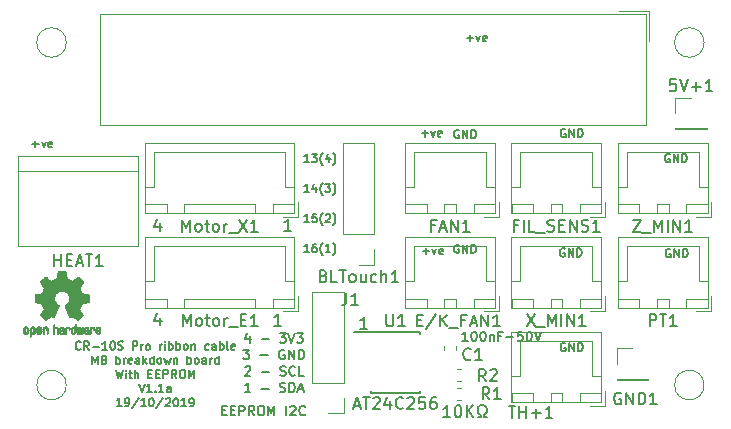
<source format=gto>
G04 #@! TF.GenerationSoftware,KiCad,Pcbnew,(5.1.0)-1*
G04 #@! TF.CreationDate,2019-11-19T19:29:26+08:00*
G04 #@! TF.ProjectId,RibbonCable_MB_BreakdownBoard,52696262-6f6e-4436-9162-6c655f4d425f,V1.1*
G04 #@! TF.SameCoordinates,Original*
G04 #@! TF.FileFunction,Legend,Top*
G04 #@! TF.FilePolarity,Positive*
%FSLAX46Y46*%
G04 Gerber Fmt 4.6, Leading zero omitted, Abs format (unit mm)*
G04 Created by KiCad (PCBNEW (5.1.0)-1) date 2019-11-19 19:29:26*
%MOMM*%
%LPD*%
G04 APERTURE LIST*
%ADD10C,0.150000*%
%ADD11C,0.200000*%
%ADD12C,0.010000*%
%ADD13C,0.120000*%
G04 APERTURE END LIST*
D10*
X152501666Y-98456000D02*
X152435000Y-98422666D01*
X152335000Y-98422666D01*
X152235000Y-98456000D01*
X152168333Y-98522666D01*
X152135000Y-98589333D01*
X152101666Y-98722666D01*
X152101666Y-98822666D01*
X152135000Y-98956000D01*
X152168333Y-99022666D01*
X152235000Y-99089333D01*
X152335000Y-99122666D01*
X152401666Y-99122666D01*
X152501666Y-99089333D01*
X152535000Y-99056000D01*
X152535000Y-98822666D01*
X152401666Y-98822666D01*
X152835000Y-99122666D02*
X152835000Y-98422666D01*
X153235000Y-99122666D01*
X153235000Y-98422666D01*
X153568333Y-99122666D02*
X153568333Y-98422666D01*
X153735000Y-98422666D01*
X153835000Y-98456000D01*
X153901666Y-98522666D01*
X153935000Y-98589333D01*
X153968333Y-98722666D01*
X153968333Y-98822666D01*
X153935000Y-98956000D01*
X153901666Y-99022666D01*
X153835000Y-99089333D01*
X153735000Y-99122666D01*
X153568333Y-99122666D01*
X161391666Y-90518500D02*
X161325000Y-90485166D01*
X161225000Y-90485166D01*
X161125000Y-90518500D01*
X161058333Y-90585166D01*
X161025000Y-90651833D01*
X160991666Y-90785166D01*
X160991666Y-90885166D01*
X161025000Y-91018500D01*
X161058333Y-91085166D01*
X161125000Y-91151833D01*
X161225000Y-91185166D01*
X161291666Y-91185166D01*
X161391666Y-91151833D01*
X161425000Y-91118500D01*
X161425000Y-90885166D01*
X161291666Y-90885166D01*
X161725000Y-91185166D02*
X161725000Y-90485166D01*
X162125000Y-91185166D01*
X162125000Y-90485166D01*
X162458333Y-91185166D02*
X162458333Y-90485166D01*
X162625000Y-90485166D01*
X162725000Y-90518500D01*
X162791666Y-90585166D01*
X162825000Y-90651833D01*
X162858333Y-90785166D01*
X162858333Y-90885166D01*
X162825000Y-91018500D01*
X162791666Y-91085166D01*
X162725000Y-91151833D01*
X162625000Y-91185166D01*
X162458333Y-91185166D01*
X161328166Y-82454000D02*
X161261500Y-82420666D01*
X161161500Y-82420666D01*
X161061500Y-82454000D01*
X160994833Y-82520666D01*
X160961500Y-82587333D01*
X160928166Y-82720666D01*
X160928166Y-82820666D01*
X160961500Y-82954000D01*
X160994833Y-83020666D01*
X161061500Y-83087333D01*
X161161500Y-83120666D01*
X161228166Y-83120666D01*
X161328166Y-83087333D01*
X161361500Y-83054000D01*
X161361500Y-82820666D01*
X161228166Y-82820666D01*
X161661500Y-83120666D02*
X161661500Y-82420666D01*
X162061500Y-83120666D01*
X162061500Y-82420666D01*
X162394833Y-83120666D02*
X162394833Y-82420666D01*
X162561500Y-82420666D01*
X162661500Y-82454000D01*
X162728166Y-82520666D01*
X162761500Y-82587333D01*
X162794833Y-82720666D01*
X162794833Y-82820666D01*
X162761500Y-82954000D01*
X162728166Y-83020666D01*
X162661500Y-83087333D01*
X162561500Y-83120666D01*
X162394833Y-83120666D01*
X152438166Y-90455000D02*
X152371500Y-90421666D01*
X152271500Y-90421666D01*
X152171500Y-90455000D01*
X152104833Y-90521666D01*
X152071500Y-90588333D01*
X152038166Y-90721666D01*
X152038166Y-90821666D01*
X152071500Y-90955000D01*
X152104833Y-91021666D01*
X152171500Y-91088333D01*
X152271500Y-91121666D01*
X152338166Y-91121666D01*
X152438166Y-91088333D01*
X152471500Y-91055000D01*
X152471500Y-90821666D01*
X152338166Y-90821666D01*
X152771500Y-91121666D02*
X152771500Y-90421666D01*
X153171500Y-91121666D01*
X153171500Y-90421666D01*
X153504833Y-91121666D02*
X153504833Y-90421666D01*
X153671500Y-90421666D01*
X153771500Y-90455000D01*
X153838166Y-90521666D01*
X153871500Y-90588333D01*
X153904833Y-90721666D01*
X153904833Y-90821666D01*
X153871500Y-90955000D01*
X153838166Y-91021666D01*
X153771500Y-91088333D01*
X153671500Y-91121666D01*
X153504833Y-91121666D01*
X152501666Y-80358500D02*
X152435000Y-80325166D01*
X152335000Y-80325166D01*
X152235000Y-80358500D01*
X152168333Y-80425166D01*
X152135000Y-80491833D01*
X152101666Y-80625166D01*
X152101666Y-80725166D01*
X152135000Y-80858500D01*
X152168333Y-80925166D01*
X152235000Y-80991833D01*
X152335000Y-81025166D01*
X152401666Y-81025166D01*
X152501666Y-80991833D01*
X152535000Y-80958500D01*
X152535000Y-80725166D01*
X152401666Y-80725166D01*
X152835000Y-81025166D02*
X152835000Y-80325166D01*
X153235000Y-81025166D01*
X153235000Y-80325166D01*
X153568333Y-81025166D02*
X153568333Y-80325166D01*
X153735000Y-80325166D01*
X153835000Y-80358500D01*
X153901666Y-80425166D01*
X153935000Y-80491833D01*
X153968333Y-80625166D01*
X153968333Y-80725166D01*
X153935000Y-80858500D01*
X153901666Y-80925166D01*
X153835000Y-80991833D01*
X153735000Y-81025166D01*
X153568333Y-81025166D01*
X143484666Y-90137500D02*
X143418000Y-90104166D01*
X143318000Y-90104166D01*
X143218000Y-90137500D01*
X143151333Y-90204166D01*
X143118000Y-90270833D01*
X143084666Y-90404166D01*
X143084666Y-90504166D01*
X143118000Y-90637500D01*
X143151333Y-90704166D01*
X143218000Y-90770833D01*
X143318000Y-90804166D01*
X143384666Y-90804166D01*
X143484666Y-90770833D01*
X143518000Y-90737500D01*
X143518000Y-90504166D01*
X143384666Y-90504166D01*
X143818000Y-90804166D02*
X143818000Y-90104166D01*
X144218000Y-90804166D01*
X144218000Y-90104166D01*
X144551333Y-90804166D02*
X144551333Y-90104166D01*
X144718000Y-90104166D01*
X144818000Y-90137500D01*
X144884666Y-90204166D01*
X144918000Y-90270833D01*
X144951333Y-90404166D01*
X144951333Y-90504166D01*
X144918000Y-90637500D01*
X144884666Y-90704166D01*
X144818000Y-90770833D01*
X144718000Y-90804166D01*
X144551333Y-90804166D01*
X143484666Y-80422000D02*
X143418000Y-80388666D01*
X143318000Y-80388666D01*
X143218000Y-80422000D01*
X143151333Y-80488666D01*
X143118000Y-80555333D01*
X143084666Y-80688666D01*
X143084666Y-80788666D01*
X143118000Y-80922000D01*
X143151333Y-80988666D01*
X143218000Y-81055333D01*
X143318000Y-81088666D01*
X143384666Y-81088666D01*
X143484666Y-81055333D01*
X143518000Y-81022000D01*
X143518000Y-80788666D01*
X143384666Y-80788666D01*
X143818000Y-81088666D02*
X143818000Y-80388666D01*
X144218000Y-81088666D01*
X144218000Y-80388666D01*
X144551333Y-81088666D02*
X144551333Y-80388666D01*
X144718000Y-80388666D01*
X144818000Y-80422000D01*
X144884666Y-80488666D01*
X144918000Y-80555333D01*
X144951333Y-80688666D01*
X144951333Y-80788666D01*
X144918000Y-80922000D01*
X144884666Y-80988666D01*
X144818000Y-81055333D01*
X144718000Y-81088666D01*
X144551333Y-81088666D01*
X107370666Y-81584000D02*
X107904000Y-81584000D01*
X107637333Y-81850666D02*
X107637333Y-81317333D01*
X108170666Y-81384000D02*
X108337333Y-81850666D01*
X108504000Y-81384000D01*
X109037333Y-81817333D02*
X108970666Y-81850666D01*
X108837333Y-81850666D01*
X108770666Y-81817333D01*
X108737333Y-81750666D01*
X108737333Y-81484000D01*
X108770666Y-81417333D01*
X108837333Y-81384000D01*
X108970666Y-81384000D01*
X109037333Y-81417333D01*
X109070666Y-81484000D01*
X109070666Y-81550666D01*
X108737333Y-81617333D01*
X144137166Y-72630500D02*
X144670500Y-72630500D01*
X144403833Y-72897166D02*
X144403833Y-72363833D01*
X144937166Y-72430500D02*
X145103833Y-72897166D01*
X145270500Y-72430500D01*
X145803833Y-72863833D02*
X145737166Y-72897166D01*
X145603833Y-72897166D01*
X145537166Y-72863833D01*
X145503833Y-72797166D01*
X145503833Y-72530500D01*
X145537166Y-72463833D01*
X145603833Y-72430500D01*
X145737166Y-72430500D01*
X145803833Y-72463833D01*
X145837166Y-72530500D01*
X145837166Y-72597166D01*
X145503833Y-72663833D01*
X140454166Y-90664500D02*
X140987500Y-90664500D01*
X140720833Y-90931166D02*
X140720833Y-90397833D01*
X141254166Y-90464500D02*
X141420833Y-90931166D01*
X141587500Y-90464500D01*
X142120833Y-90897833D02*
X142054166Y-90931166D01*
X141920833Y-90931166D01*
X141854166Y-90897833D01*
X141820833Y-90831166D01*
X141820833Y-90564500D01*
X141854166Y-90497833D01*
X141920833Y-90464500D01*
X142054166Y-90464500D01*
X142120833Y-90497833D01*
X142154166Y-90564500D01*
X142154166Y-90631166D01*
X141820833Y-90697833D01*
X140327166Y-80695000D02*
X140860500Y-80695000D01*
X140593833Y-80961666D02*
X140593833Y-80428333D01*
X141127166Y-80495000D02*
X141293833Y-80961666D01*
X141460500Y-80495000D01*
X141993833Y-80928333D02*
X141927166Y-80961666D01*
X141793833Y-80961666D01*
X141727166Y-80928333D01*
X141693833Y-80861666D01*
X141693833Y-80595000D01*
X141727166Y-80528333D01*
X141793833Y-80495000D01*
X141927166Y-80495000D01*
X141993833Y-80528333D01*
X142027166Y-80595000D01*
X142027166Y-80661666D01*
X141693833Y-80728333D01*
X135731214Y-97226380D02*
X135159785Y-97226380D01*
X135445500Y-97226380D02*
X135445500Y-96226380D01*
X135350261Y-96369238D01*
X135255023Y-96464476D01*
X135159785Y-96512095D01*
D11*
X125768357Y-97868071D02*
X125768357Y-98401404D01*
X125577880Y-97563309D02*
X125387404Y-98134738D01*
X125882642Y-98134738D01*
X126796928Y-98096642D02*
X127406452Y-98096642D01*
X128320738Y-97601404D02*
X128815976Y-97601404D01*
X128549309Y-97906166D01*
X128663595Y-97906166D01*
X128739785Y-97944261D01*
X128777880Y-97982357D01*
X128815976Y-98058547D01*
X128815976Y-98249023D01*
X128777880Y-98325214D01*
X128739785Y-98363309D01*
X128663595Y-98401404D01*
X128435023Y-98401404D01*
X128358833Y-98363309D01*
X128320738Y-98325214D01*
X129044547Y-97601404D02*
X129311214Y-98401404D01*
X129577880Y-97601404D01*
X129768357Y-97601404D02*
X130263595Y-97601404D01*
X129996928Y-97906166D01*
X130111214Y-97906166D01*
X130187404Y-97944261D01*
X130225500Y-97982357D01*
X130263595Y-98058547D01*
X130263595Y-98249023D01*
X130225500Y-98325214D01*
X130187404Y-98363309D01*
X130111214Y-98401404D01*
X129882642Y-98401404D01*
X129806452Y-98363309D01*
X129768357Y-98325214D01*
X125235023Y-99001404D02*
X125730261Y-99001404D01*
X125463595Y-99306166D01*
X125577880Y-99306166D01*
X125654071Y-99344261D01*
X125692166Y-99382357D01*
X125730261Y-99458547D01*
X125730261Y-99649023D01*
X125692166Y-99725214D01*
X125654071Y-99763309D01*
X125577880Y-99801404D01*
X125349309Y-99801404D01*
X125273119Y-99763309D01*
X125235023Y-99725214D01*
X126682642Y-99496642D02*
X127292166Y-99496642D01*
X128701690Y-99039500D02*
X128625500Y-99001404D01*
X128511214Y-99001404D01*
X128396928Y-99039500D01*
X128320738Y-99115690D01*
X128282642Y-99191880D01*
X128244547Y-99344261D01*
X128244547Y-99458547D01*
X128282642Y-99610928D01*
X128320738Y-99687119D01*
X128396928Y-99763309D01*
X128511214Y-99801404D01*
X128587404Y-99801404D01*
X128701690Y-99763309D01*
X128739785Y-99725214D01*
X128739785Y-99458547D01*
X128587404Y-99458547D01*
X129082642Y-99801404D02*
X129082642Y-99001404D01*
X129539785Y-99801404D01*
X129539785Y-99001404D01*
X129920738Y-99801404D02*
X129920738Y-99001404D01*
X130111214Y-99001404D01*
X130225500Y-99039500D01*
X130301690Y-99115690D01*
X130339785Y-99191880D01*
X130377880Y-99344261D01*
X130377880Y-99458547D01*
X130339785Y-99610928D01*
X130301690Y-99687119D01*
X130225500Y-99763309D01*
X130111214Y-99801404D01*
X129920738Y-99801404D01*
X125387404Y-100477595D02*
X125425500Y-100439500D01*
X125501690Y-100401404D01*
X125692166Y-100401404D01*
X125768357Y-100439500D01*
X125806452Y-100477595D01*
X125844547Y-100553785D01*
X125844547Y-100629976D01*
X125806452Y-100744261D01*
X125349309Y-101201404D01*
X125844547Y-101201404D01*
X126796928Y-100896642D02*
X127406452Y-100896642D01*
X128358833Y-101163309D02*
X128473119Y-101201404D01*
X128663595Y-101201404D01*
X128739785Y-101163309D01*
X128777880Y-101125214D01*
X128815976Y-101049023D01*
X128815976Y-100972833D01*
X128777880Y-100896642D01*
X128739785Y-100858547D01*
X128663595Y-100820452D01*
X128511214Y-100782357D01*
X128435023Y-100744261D01*
X128396928Y-100706166D01*
X128358833Y-100629976D01*
X128358833Y-100553785D01*
X128396928Y-100477595D01*
X128435023Y-100439500D01*
X128511214Y-100401404D01*
X128701690Y-100401404D01*
X128815976Y-100439500D01*
X129615976Y-101125214D02*
X129577880Y-101163309D01*
X129463595Y-101201404D01*
X129387404Y-101201404D01*
X129273119Y-101163309D01*
X129196928Y-101087119D01*
X129158833Y-101010928D01*
X129120738Y-100858547D01*
X129120738Y-100744261D01*
X129158833Y-100591880D01*
X129196928Y-100515690D01*
X129273119Y-100439500D01*
X129387404Y-100401404D01*
X129463595Y-100401404D01*
X129577880Y-100439500D01*
X129615976Y-100477595D01*
X130339785Y-101201404D02*
X129958833Y-101201404D01*
X129958833Y-100401404D01*
X125825500Y-102601404D02*
X125368357Y-102601404D01*
X125596928Y-102601404D02*
X125596928Y-101801404D01*
X125520738Y-101915690D01*
X125444547Y-101991880D01*
X125368357Y-102029976D01*
X126777880Y-102296642D02*
X127387404Y-102296642D01*
X128339785Y-102563309D02*
X128454071Y-102601404D01*
X128644547Y-102601404D01*
X128720738Y-102563309D01*
X128758833Y-102525214D01*
X128796928Y-102449023D01*
X128796928Y-102372833D01*
X128758833Y-102296642D01*
X128720738Y-102258547D01*
X128644547Y-102220452D01*
X128492166Y-102182357D01*
X128415976Y-102144261D01*
X128377880Y-102106166D01*
X128339785Y-102029976D01*
X128339785Y-101953785D01*
X128377880Y-101877595D01*
X128415976Y-101839500D01*
X128492166Y-101801404D01*
X128682642Y-101801404D01*
X128796928Y-101839500D01*
X129139785Y-102601404D02*
X129139785Y-101801404D01*
X129330261Y-101801404D01*
X129444547Y-101839500D01*
X129520738Y-101915690D01*
X129558833Y-101991880D01*
X129596928Y-102144261D01*
X129596928Y-102258547D01*
X129558833Y-102410928D01*
X129520738Y-102487119D01*
X129444547Y-102563309D01*
X129330261Y-102601404D01*
X129139785Y-102601404D01*
X129901690Y-102372833D02*
X130282642Y-102372833D01*
X129825500Y-102601404D02*
X130092166Y-101801404D01*
X130358833Y-102601404D01*
D10*
X111475833Y-98942000D02*
X111442500Y-98975333D01*
X111342500Y-99008666D01*
X111275833Y-99008666D01*
X111175833Y-98975333D01*
X111109166Y-98908666D01*
X111075833Y-98842000D01*
X111042500Y-98708666D01*
X111042500Y-98608666D01*
X111075833Y-98475333D01*
X111109166Y-98408666D01*
X111175833Y-98342000D01*
X111275833Y-98308666D01*
X111342500Y-98308666D01*
X111442500Y-98342000D01*
X111475833Y-98375333D01*
X112175833Y-99008666D02*
X111942500Y-98675333D01*
X111775833Y-99008666D02*
X111775833Y-98308666D01*
X112042500Y-98308666D01*
X112109166Y-98342000D01*
X112142500Y-98375333D01*
X112175833Y-98442000D01*
X112175833Y-98542000D01*
X112142500Y-98608666D01*
X112109166Y-98642000D01*
X112042500Y-98675333D01*
X111775833Y-98675333D01*
X112475833Y-98742000D02*
X113009166Y-98742000D01*
X113709166Y-99008666D02*
X113309166Y-99008666D01*
X113509166Y-99008666D02*
X113509166Y-98308666D01*
X113442500Y-98408666D01*
X113375833Y-98475333D01*
X113309166Y-98508666D01*
X114142500Y-98308666D02*
X114209166Y-98308666D01*
X114275833Y-98342000D01*
X114309166Y-98375333D01*
X114342500Y-98442000D01*
X114375833Y-98575333D01*
X114375833Y-98742000D01*
X114342500Y-98875333D01*
X114309166Y-98942000D01*
X114275833Y-98975333D01*
X114209166Y-99008666D01*
X114142500Y-99008666D01*
X114075833Y-98975333D01*
X114042500Y-98942000D01*
X114009166Y-98875333D01*
X113975833Y-98742000D01*
X113975833Y-98575333D01*
X114009166Y-98442000D01*
X114042500Y-98375333D01*
X114075833Y-98342000D01*
X114142500Y-98308666D01*
X114642500Y-98975333D02*
X114742500Y-99008666D01*
X114909166Y-99008666D01*
X114975833Y-98975333D01*
X115009166Y-98942000D01*
X115042500Y-98875333D01*
X115042500Y-98808666D01*
X115009166Y-98742000D01*
X114975833Y-98708666D01*
X114909166Y-98675333D01*
X114775833Y-98642000D01*
X114709166Y-98608666D01*
X114675833Y-98575333D01*
X114642500Y-98508666D01*
X114642500Y-98442000D01*
X114675833Y-98375333D01*
X114709166Y-98342000D01*
X114775833Y-98308666D01*
X114942500Y-98308666D01*
X115042500Y-98342000D01*
X115875833Y-99008666D02*
X115875833Y-98308666D01*
X116142500Y-98308666D01*
X116209166Y-98342000D01*
X116242500Y-98375333D01*
X116275833Y-98442000D01*
X116275833Y-98542000D01*
X116242500Y-98608666D01*
X116209166Y-98642000D01*
X116142500Y-98675333D01*
X115875833Y-98675333D01*
X116575833Y-99008666D02*
X116575833Y-98542000D01*
X116575833Y-98675333D02*
X116609166Y-98608666D01*
X116642500Y-98575333D01*
X116709166Y-98542000D01*
X116775833Y-98542000D01*
X117109166Y-99008666D02*
X117042500Y-98975333D01*
X117009166Y-98942000D01*
X116975833Y-98875333D01*
X116975833Y-98675333D01*
X117009166Y-98608666D01*
X117042500Y-98575333D01*
X117109166Y-98542000D01*
X117209166Y-98542000D01*
X117275833Y-98575333D01*
X117309166Y-98608666D01*
X117342500Y-98675333D01*
X117342500Y-98875333D01*
X117309166Y-98942000D01*
X117275833Y-98975333D01*
X117209166Y-99008666D01*
X117109166Y-99008666D01*
X118175833Y-99008666D02*
X118175833Y-98542000D01*
X118175833Y-98675333D02*
X118209166Y-98608666D01*
X118242500Y-98575333D01*
X118309166Y-98542000D01*
X118375833Y-98542000D01*
X118609166Y-99008666D02*
X118609166Y-98542000D01*
X118609166Y-98308666D02*
X118575833Y-98342000D01*
X118609166Y-98375333D01*
X118642500Y-98342000D01*
X118609166Y-98308666D01*
X118609166Y-98375333D01*
X118942500Y-99008666D02*
X118942500Y-98308666D01*
X118942500Y-98575333D02*
X119009166Y-98542000D01*
X119142500Y-98542000D01*
X119209166Y-98575333D01*
X119242500Y-98608666D01*
X119275833Y-98675333D01*
X119275833Y-98875333D01*
X119242500Y-98942000D01*
X119209166Y-98975333D01*
X119142500Y-99008666D01*
X119009166Y-99008666D01*
X118942500Y-98975333D01*
X119575833Y-99008666D02*
X119575833Y-98308666D01*
X119575833Y-98575333D02*
X119642500Y-98542000D01*
X119775833Y-98542000D01*
X119842500Y-98575333D01*
X119875833Y-98608666D01*
X119909166Y-98675333D01*
X119909166Y-98875333D01*
X119875833Y-98942000D01*
X119842500Y-98975333D01*
X119775833Y-99008666D01*
X119642500Y-99008666D01*
X119575833Y-98975333D01*
X120309166Y-99008666D02*
X120242500Y-98975333D01*
X120209166Y-98942000D01*
X120175833Y-98875333D01*
X120175833Y-98675333D01*
X120209166Y-98608666D01*
X120242500Y-98575333D01*
X120309166Y-98542000D01*
X120409166Y-98542000D01*
X120475833Y-98575333D01*
X120509166Y-98608666D01*
X120542500Y-98675333D01*
X120542500Y-98875333D01*
X120509166Y-98942000D01*
X120475833Y-98975333D01*
X120409166Y-99008666D01*
X120309166Y-99008666D01*
X120842500Y-98542000D02*
X120842500Y-99008666D01*
X120842500Y-98608666D02*
X120875833Y-98575333D01*
X120942500Y-98542000D01*
X121042500Y-98542000D01*
X121109166Y-98575333D01*
X121142500Y-98642000D01*
X121142500Y-99008666D01*
X122309166Y-98975333D02*
X122242500Y-99008666D01*
X122109166Y-99008666D01*
X122042500Y-98975333D01*
X122009166Y-98942000D01*
X121975833Y-98875333D01*
X121975833Y-98675333D01*
X122009166Y-98608666D01*
X122042500Y-98575333D01*
X122109166Y-98542000D01*
X122242500Y-98542000D01*
X122309166Y-98575333D01*
X122909166Y-99008666D02*
X122909166Y-98642000D01*
X122875833Y-98575333D01*
X122809166Y-98542000D01*
X122675833Y-98542000D01*
X122609166Y-98575333D01*
X122909166Y-98975333D02*
X122842500Y-99008666D01*
X122675833Y-99008666D01*
X122609166Y-98975333D01*
X122575833Y-98908666D01*
X122575833Y-98842000D01*
X122609166Y-98775333D01*
X122675833Y-98742000D01*
X122842500Y-98742000D01*
X122909166Y-98708666D01*
X123242500Y-99008666D02*
X123242500Y-98308666D01*
X123242500Y-98575333D02*
X123309166Y-98542000D01*
X123442500Y-98542000D01*
X123509166Y-98575333D01*
X123542500Y-98608666D01*
X123575833Y-98675333D01*
X123575833Y-98875333D01*
X123542500Y-98942000D01*
X123509166Y-98975333D01*
X123442500Y-99008666D01*
X123309166Y-99008666D01*
X123242500Y-98975333D01*
X123975833Y-99008666D02*
X123909166Y-98975333D01*
X123875833Y-98908666D01*
X123875833Y-98308666D01*
X124509166Y-98975333D02*
X124442500Y-99008666D01*
X124309166Y-99008666D01*
X124242500Y-98975333D01*
X124209166Y-98908666D01*
X124209166Y-98642000D01*
X124242500Y-98575333D01*
X124309166Y-98542000D01*
X124442500Y-98542000D01*
X124509166Y-98575333D01*
X124542500Y-98642000D01*
X124542500Y-98708666D01*
X124209166Y-98775333D01*
X112442500Y-100208666D02*
X112442500Y-99508666D01*
X112675833Y-100008666D01*
X112909166Y-99508666D01*
X112909166Y-100208666D01*
X113475833Y-99842000D02*
X113575833Y-99875333D01*
X113609166Y-99908666D01*
X113642500Y-99975333D01*
X113642500Y-100075333D01*
X113609166Y-100142000D01*
X113575833Y-100175333D01*
X113509166Y-100208666D01*
X113242500Y-100208666D01*
X113242500Y-99508666D01*
X113475833Y-99508666D01*
X113542500Y-99542000D01*
X113575833Y-99575333D01*
X113609166Y-99642000D01*
X113609166Y-99708666D01*
X113575833Y-99775333D01*
X113542500Y-99808666D01*
X113475833Y-99842000D01*
X113242500Y-99842000D01*
X114475833Y-100208666D02*
X114475833Y-99508666D01*
X114475833Y-99775333D02*
X114542500Y-99742000D01*
X114675833Y-99742000D01*
X114742500Y-99775333D01*
X114775833Y-99808666D01*
X114809166Y-99875333D01*
X114809166Y-100075333D01*
X114775833Y-100142000D01*
X114742500Y-100175333D01*
X114675833Y-100208666D01*
X114542500Y-100208666D01*
X114475833Y-100175333D01*
X115109166Y-100208666D02*
X115109166Y-99742000D01*
X115109166Y-99875333D02*
X115142500Y-99808666D01*
X115175833Y-99775333D01*
X115242500Y-99742000D01*
X115309166Y-99742000D01*
X115809166Y-100175333D02*
X115742500Y-100208666D01*
X115609166Y-100208666D01*
X115542500Y-100175333D01*
X115509166Y-100108666D01*
X115509166Y-99842000D01*
X115542500Y-99775333D01*
X115609166Y-99742000D01*
X115742500Y-99742000D01*
X115809166Y-99775333D01*
X115842500Y-99842000D01*
X115842500Y-99908666D01*
X115509166Y-99975333D01*
X116442500Y-100208666D02*
X116442500Y-99842000D01*
X116409166Y-99775333D01*
X116342500Y-99742000D01*
X116209166Y-99742000D01*
X116142500Y-99775333D01*
X116442500Y-100175333D02*
X116375833Y-100208666D01*
X116209166Y-100208666D01*
X116142500Y-100175333D01*
X116109166Y-100108666D01*
X116109166Y-100042000D01*
X116142500Y-99975333D01*
X116209166Y-99942000D01*
X116375833Y-99942000D01*
X116442500Y-99908666D01*
X116775833Y-100208666D02*
X116775833Y-99508666D01*
X116842500Y-99942000D02*
X117042500Y-100208666D01*
X117042500Y-99742000D02*
X116775833Y-100008666D01*
X117642500Y-100208666D02*
X117642500Y-99508666D01*
X117642500Y-100175333D02*
X117575833Y-100208666D01*
X117442500Y-100208666D01*
X117375833Y-100175333D01*
X117342500Y-100142000D01*
X117309166Y-100075333D01*
X117309166Y-99875333D01*
X117342500Y-99808666D01*
X117375833Y-99775333D01*
X117442500Y-99742000D01*
X117575833Y-99742000D01*
X117642500Y-99775333D01*
X118075833Y-100208666D02*
X118009166Y-100175333D01*
X117975833Y-100142000D01*
X117942500Y-100075333D01*
X117942500Y-99875333D01*
X117975833Y-99808666D01*
X118009166Y-99775333D01*
X118075833Y-99742000D01*
X118175833Y-99742000D01*
X118242500Y-99775333D01*
X118275833Y-99808666D01*
X118309166Y-99875333D01*
X118309166Y-100075333D01*
X118275833Y-100142000D01*
X118242500Y-100175333D01*
X118175833Y-100208666D01*
X118075833Y-100208666D01*
X118542500Y-99742000D02*
X118675833Y-100208666D01*
X118809166Y-99875333D01*
X118942500Y-100208666D01*
X119075833Y-99742000D01*
X119342500Y-99742000D02*
X119342500Y-100208666D01*
X119342500Y-99808666D02*
X119375833Y-99775333D01*
X119442500Y-99742000D01*
X119542500Y-99742000D01*
X119609166Y-99775333D01*
X119642500Y-99842000D01*
X119642500Y-100208666D01*
X120509166Y-100208666D02*
X120509166Y-99508666D01*
X120509166Y-99775333D02*
X120575833Y-99742000D01*
X120709166Y-99742000D01*
X120775833Y-99775333D01*
X120809166Y-99808666D01*
X120842500Y-99875333D01*
X120842500Y-100075333D01*
X120809166Y-100142000D01*
X120775833Y-100175333D01*
X120709166Y-100208666D01*
X120575833Y-100208666D01*
X120509166Y-100175333D01*
X121242500Y-100208666D02*
X121175833Y-100175333D01*
X121142500Y-100142000D01*
X121109166Y-100075333D01*
X121109166Y-99875333D01*
X121142500Y-99808666D01*
X121175833Y-99775333D01*
X121242500Y-99742000D01*
X121342500Y-99742000D01*
X121409166Y-99775333D01*
X121442500Y-99808666D01*
X121475833Y-99875333D01*
X121475833Y-100075333D01*
X121442500Y-100142000D01*
X121409166Y-100175333D01*
X121342500Y-100208666D01*
X121242500Y-100208666D01*
X122075833Y-100208666D02*
X122075833Y-99842000D01*
X122042500Y-99775333D01*
X121975833Y-99742000D01*
X121842500Y-99742000D01*
X121775833Y-99775333D01*
X122075833Y-100175333D02*
X122009166Y-100208666D01*
X121842500Y-100208666D01*
X121775833Y-100175333D01*
X121742500Y-100108666D01*
X121742500Y-100042000D01*
X121775833Y-99975333D01*
X121842500Y-99942000D01*
X122009166Y-99942000D01*
X122075833Y-99908666D01*
X122409166Y-100208666D02*
X122409166Y-99742000D01*
X122409166Y-99875333D02*
X122442500Y-99808666D01*
X122475833Y-99775333D01*
X122542500Y-99742000D01*
X122609166Y-99742000D01*
X123142500Y-100208666D02*
X123142500Y-99508666D01*
X123142500Y-100175333D02*
X123075833Y-100208666D01*
X122942500Y-100208666D01*
X122875833Y-100175333D01*
X122842500Y-100142000D01*
X122809166Y-100075333D01*
X122809166Y-99875333D01*
X122842500Y-99808666D01*
X122875833Y-99775333D01*
X122942500Y-99742000D01*
X123075833Y-99742000D01*
X123142500Y-99775333D01*
X114442500Y-100708666D02*
X114609166Y-101408666D01*
X114742500Y-100908666D01*
X114875833Y-101408666D01*
X115042500Y-100708666D01*
X115309166Y-101408666D02*
X115309166Y-100942000D01*
X115309166Y-100708666D02*
X115275833Y-100742000D01*
X115309166Y-100775333D01*
X115342500Y-100742000D01*
X115309166Y-100708666D01*
X115309166Y-100775333D01*
X115542500Y-100942000D02*
X115809166Y-100942000D01*
X115642500Y-100708666D02*
X115642500Y-101308666D01*
X115675833Y-101375333D01*
X115742500Y-101408666D01*
X115809166Y-101408666D01*
X116042500Y-101408666D02*
X116042500Y-100708666D01*
X116342500Y-101408666D02*
X116342500Y-101042000D01*
X116309166Y-100975333D01*
X116242500Y-100942000D01*
X116142500Y-100942000D01*
X116075833Y-100975333D01*
X116042500Y-101008666D01*
X117209166Y-101042000D02*
X117442500Y-101042000D01*
X117542500Y-101408666D02*
X117209166Y-101408666D01*
X117209166Y-100708666D01*
X117542500Y-100708666D01*
X117842500Y-101042000D02*
X118075833Y-101042000D01*
X118175833Y-101408666D02*
X117842500Y-101408666D01*
X117842500Y-100708666D01*
X118175833Y-100708666D01*
X118475833Y-101408666D02*
X118475833Y-100708666D01*
X118742500Y-100708666D01*
X118809166Y-100742000D01*
X118842500Y-100775333D01*
X118875833Y-100842000D01*
X118875833Y-100942000D01*
X118842500Y-101008666D01*
X118809166Y-101042000D01*
X118742500Y-101075333D01*
X118475833Y-101075333D01*
X119575833Y-101408666D02*
X119342500Y-101075333D01*
X119175833Y-101408666D02*
X119175833Y-100708666D01*
X119442500Y-100708666D01*
X119509166Y-100742000D01*
X119542500Y-100775333D01*
X119575833Y-100842000D01*
X119575833Y-100942000D01*
X119542500Y-101008666D01*
X119509166Y-101042000D01*
X119442500Y-101075333D01*
X119175833Y-101075333D01*
X120009166Y-100708666D02*
X120142500Y-100708666D01*
X120209166Y-100742000D01*
X120275833Y-100808666D01*
X120309166Y-100942000D01*
X120309166Y-101175333D01*
X120275833Y-101308666D01*
X120209166Y-101375333D01*
X120142500Y-101408666D01*
X120009166Y-101408666D01*
X119942500Y-101375333D01*
X119875833Y-101308666D01*
X119842500Y-101175333D01*
X119842500Y-100942000D01*
X119875833Y-100808666D01*
X119942500Y-100742000D01*
X120009166Y-100708666D01*
X120609166Y-101408666D02*
X120609166Y-100708666D01*
X120842500Y-101208666D01*
X121075833Y-100708666D01*
X121075833Y-101408666D01*
X116409166Y-101908666D02*
X116642500Y-102608666D01*
X116875833Y-101908666D01*
X117475833Y-102608666D02*
X117075833Y-102608666D01*
X117275833Y-102608666D02*
X117275833Y-101908666D01*
X117209166Y-102008666D01*
X117142500Y-102075333D01*
X117075833Y-102108666D01*
X117775833Y-102542000D02*
X117809166Y-102575333D01*
X117775833Y-102608666D01*
X117742500Y-102575333D01*
X117775833Y-102542000D01*
X117775833Y-102608666D01*
X118475833Y-102608666D02*
X118075833Y-102608666D01*
X118275833Y-102608666D02*
X118275833Y-101908666D01*
X118209166Y-102008666D01*
X118142500Y-102075333D01*
X118075833Y-102108666D01*
X119075833Y-102608666D02*
X119075833Y-102242000D01*
X119042500Y-102175333D01*
X118975833Y-102142000D01*
X118842500Y-102142000D01*
X118775833Y-102175333D01*
X119075833Y-102575333D02*
X119009166Y-102608666D01*
X118842500Y-102608666D01*
X118775833Y-102575333D01*
X118742500Y-102508666D01*
X118742500Y-102442000D01*
X118775833Y-102375333D01*
X118842500Y-102342000D01*
X119009166Y-102342000D01*
X119075833Y-102308666D01*
X114925833Y-103808666D02*
X114525833Y-103808666D01*
X114725833Y-103808666D02*
X114725833Y-103108666D01*
X114659166Y-103208666D01*
X114592500Y-103275333D01*
X114525833Y-103308666D01*
X115259166Y-103808666D02*
X115392500Y-103808666D01*
X115459166Y-103775333D01*
X115492500Y-103742000D01*
X115559166Y-103642000D01*
X115592500Y-103508666D01*
X115592500Y-103242000D01*
X115559166Y-103175333D01*
X115525833Y-103142000D01*
X115459166Y-103108666D01*
X115325833Y-103108666D01*
X115259166Y-103142000D01*
X115225833Y-103175333D01*
X115192500Y-103242000D01*
X115192500Y-103408666D01*
X115225833Y-103475333D01*
X115259166Y-103508666D01*
X115325833Y-103542000D01*
X115459166Y-103542000D01*
X115525833Y-103508666D01*
X115559166Y-103475333D01*
X115592500Y-103408666D01*
X116392500Y-103075333D02*
X115792500Y-103975333D01*
X116992500Y-103808666D02*
X116592500Y-103808666D01*
X116792500Y-103808666D02*
X116792500Y-103108666D01*
X116725833Y-103208666D01*
X116659166Y-103275333D01*
X116592500Y-103308666D01*
X117425833Y-103108666D02*
X117492500Y-103108666D01*
X117559166Y-103142000D01*
X117592500Y-103175333D01*
X117625833Y-103242000D01*
X117659166Y-103375333D01*
X117659166Y-103542000D01*
X117625833Y-103675333D01*
X117592500Y-103742000D01*
X117559166Y-103775333D01*
X117492500Y-103808666D01*
X117425833Y-103808666D01*
X117359166Y-103775333D01*
X117325833Y-103742000D01*
X117292500Y-103675333D01*
X117259166Y-103542000D01*
X117259166Y-103375333D01*
X117292500Y-103242000D01*
X117325833Y-103175333D01*
X117359166Y-103142000D01*
X117425833Y-103108666D01*
X118459166Y-103075333D02*
X117859166Y-103975333D01*
X118659166Y-103175333D02*
X118692500Y-103142000D01*
X118759166Y-103108666D01*
X118925833Y-103108666D01*
X118992500Y-103142000D01*
X119025833Y-103175333D01*
X119059166Y-103242000D01*
X119059166Y-103308666D01*
X119025833Y-103408666D01*
X118625833Y-103808666D01*
X119059166Y-103808666D01*
X119492500Y-103108666D02*
X119559166Y-103108666D01*
X119625833Y-103142000D01*
X119659166Y-103175333D01*
X119692500Y-103242000D01*
X119725833Y-103375333D01*
X119725833Y-103542000D01*
X119692500Y-103675333D01*
X119659166Y-103742000D01*
X119625833Y-103775333D01*
X119559166Y-103808666D01*
X119492500Y-103808666D01*
X119425833Y-103775333D01*
X119392500Y-103742000D01*
X119359166Y-103675333D01*
X119325833Y-103542000D01*
X119325833Y-103375333D01*
X119359166Y-103242000D01*
X119392500Y-103175333D01*
X119425833Y-103142000D01*
X119492500Y-103108666D01*
X120392500Y-103808666D02*
X119992500Y-103808666D01*
X120192500Y-103808666D02*
X120192500Y-103108666D01*
X120125833Y-103208666D01*
X120059166Y-103275333D01*
X119992500Y-103308666D01*
X120725833Y-103808666D02*
X120859166Y-103808666D01*
X120925833Y-103775333D01*
X120959166Y-103742000D01*
X121025833Y-103642000D01*
X121059166Y-103508666D01*
X121059166Y-103242000D01*
X121025833Y-103175333D01*
X120992500Y-103142000D01*
X120925833Y-103108666D01*
X120792500Y-103108666D01*
X120725833Y-103142000D01*
X120692500Y-103175333D01*
X120659166Y-103242000D01*
X120659166Y-103408666D01*
X120692500Y-103475333D01*
X120725833Y-103508666D01*
X120792500Y-103542000D01*
X120925833Y-103542000D01*
X120992500Y-103508666D01*
X121025833Y-103475333D01*
X121059166Y-103408666D01*
X129285714Y-88952380D02*
X128714285Y-88952380D01*
X129000000Y-88952380D02*
X129000000Y-87952380D01*
X128904761Y-88095238D01*
X128809523Y-88190476D01*
X128714285Y-88238095D01*
X118190476Y-88285714D02*
X118190476Y-88952380D01*
X117952380Y-87904761D02*
X117714285Y-88619047D01*
X118333333Y-88619047D01*
X118190476Y-96285714D02*
X118190476Y-96952380D01*
X117952380Y-95904761D02*
X117714285Y-96619047D01*
X118333333Y-96619047D01*
X128428714Y-96972380D02*
X127857285Y-96972380D01*
X128143000Y-96972380D02*
X128143000Y-95972380D01*
X128047761Y-96115238D01*
X127952523Y-96210476D01*
X127857285Y-96258095D01*
X130800000Y-90758166D02*
X130400000Y-90758166D01*
X130600000Y-90758166D02*
X130600000Y-90058166D01*
X130533333Y-90158166D01*
X130466666Y-90224833D01*
X130400000Y-90258166D01*
X131400000Y-90058166D02*
X131266666Y-90058166D01*
X131200000Y-90091500D01*
X131166666Y-90124833D01*
X131100000Y-90224833D01*
X131066666Y-90358166D01*
X131066666Y-90624833D01*
X131100000Y-90691500D01*
X131133333Y-90724833D01*
X131200000Y-90758166D01*
X131333333Y-90758166D01*
X131400000Y-90724833D01*
X131433333Y-90691500D01*
X131466666Y-90624833D01*
X131466666Y-90458166D01*
X131433333Y-90391500D01*
X131400000Y-90358166D01*
X131333333Y-90324833D01*
X131200000Y-90324833D01*
X131133333Y-90358166D01*
X131100000Y-90391500D01*
X131066666Y-90458166D01*
X131966666Y-91024833D02*
X131933333Y-90991500D01*
X131866666Y-90891500D01*
X131833333Y-90824833D01*
X131800000Y-90724833D01*
X131766666Y-90558166D01*
X131766666Y-90424833D01*
X131800000Y-90258166D01*
X131833333Y-90158166D01*
X131866666Y-90091500D01*
X131933333Y-89991500D01*
X131966666Y-89958166D01*
X132600000Y-90758166D02*
X132200000Y-90758166D01*
X132400000Y-90758166D02*
X132400000Y-90058166D01*
X132333333Y-90158166D01*
X132266666Y-90224833D01*
X132200000Y-90258166D01*
X132833333Y-91024833D02*
X132866666Y-90991500D01*
X132933333Y-90891500D01*
X132966666Y-90824833D01*
X133000000Y-90724833D01*
X133033333Y-90558166D01*
X133033333Y-90424833D01*
X133000000Y-90258166D01*
X132966666Y-90158166D01*
X132933333Y-90091500D01*
X132866666Y-89991500D01*
X132833333Y-89958166D01*
X130800000Y-88218166D02*
X130400000Y-88218166D01*
X130600000Y-88218166D02*
X130600000Y-87518166D01*
X130533333Y-87618166D01*
X130466666Y-87684833D01*
X130400000Y-87718166D01*
X131433333Y-87518166D02*
X131100000Y-87518166D01*
X131066666Y-87851500D01*
X131100000Y-87818166D01*
X131166666Y-87784833D01*
X131333333Y-87784833D01*
X131400000Y-87818166D01*
X131433333Y-87851500D01*
X131466666Y-87918166D01*
X131466666Y-88084833D01*
X131433333Y-88151500D01*
X131400000Y-88184833D01*
X131333333Y-88218166D01*
X131166666Y-88218166D01*
X131100000Y-88184833D01*
X131066666Y-88151500D01*
X131966666Y-88484833D02*
X131933333Y-88451500D01*
X131866666Y-88351500D01*
X131833333Y-88284833D01*
X131800000Y-88184833D01*
X131766666Y-88018166D01*
X131766666Y-87884833D01*
X131800000Y-87718166D01*
X131833333Y-87618166D01*
X131866666Y-87551500D01*
X131933333Y-87451500D01*
X131966666Y-87418166D01*
X132200000Y-87584833D02*
X132233333Y-87551500D01*
X132300000Y-87518166D01*
X132466666Y-87518166D01*
X132533333Y-87551500D01*
X132566666Y-87584833D01*
X132600000Y-87651500D01*
X132600000Y-87718166D01*
X132566666Y-87818166D01*
X132166666Y-88218166D01*
X132600000Y-88218166D01*
X132833333Y-88484833D02*
X132866666Y-88451500D01*
X132933333Y-88351500D01*
X132966666Y-88284833D01*
X133000000Y-88184833D01*
X133033333Y-88018166D01*
X133033333Y-87884833D01*
X133000000Y-87718166D01*
X132966666Y-87618166D01*
X132933333Y-87551500D01*
X132866666Y-87451500D01*
X132833333Y-87418166D01*
X130800000Y-85678166D02*
X130400000Y-85678166D01*
X130600000Y-85678166D02*
X130600000Y-84978166D01*
X130533333Y-85078166D01*
X130466666Y-85144833D01*
X130400000Y-85178166D01*
X131400000Y-85211500D02*
X131400000Y-85678166D01*
X131233333Y-84944833D02*
X131066666Y-85444833D01*
X131500000Y-85444833D01*
X131966666Y-85944833D02*
X131933333Y-85911500D01*
X131866666Y-85811500D01*
X131833333Y-85744833D01*
X131800000Y-85644833D01*
X131766666Y-85478166D01*
X131766666Y-85344833D01*
X131800000Y-85178166D01*
X131833333Y-85078166D01*
X131866666Y-85011500D01*
X131933333Y-84911500D01*
X131966666Y-84878166D01*
X132166666Y-84978166D02*
X132600000Y-84978166D01*
X132366666Y-85244833D01*
X132466666Y-85244833D01*
X132533333Y-85278166D01*
X132566666Y-85311500D01*
X132600000Y-85378166D01*
X132600000Y-85544833D01*
X132566666Y-85611500D01*
X132533333Y-85644833D01*
X132466666Y-85678166D01*
X132266666Y-85678166D01*
X132200000Y-85644833D01*
X132166666Y-85611500D01*
X132833333Y-85944833D02*
X132866666Y-85911500D01*
X132933333Y-85811500D01*
X132966666Y-85744833D01*
X133000000Y-85644833D01*
X133033333Y-85478166D01*
X133033333Y-85344833D01*
X133000000Y-85178166D01*
X132966666Y-85078166D01*
X132933333Y-85011500D01*
X132866666Y-84911500D01*
X132833333Y-84878166D01*
X130800000Y-83138166D02*
X130400000Y-83138166D01*
X130600000Y-83138166D02*
X130600000Y-82438166D01*
X130533333Y-82538166D01*
X130466666Y-82604833D01*
X130400000Y-82638166D01*
X131033333Y-82438166D02*
X131466666Y-82438166D01*
X131233333Y-82704833D01*
X131333333Y-82704833D01*
X131400000Y-82738166D01*
X131433333Y-82771500D01*
X131466666Y-82838166D01*
X131466666Y-83004833D01*
X131433333Y-83071500D01*
X131400000Y-83104833D01*
X131333333Y-83138166D01*
X131133333Y-83138166D01*
X131066666Y-83104833D01*
X131033333Y-83071500D01*
X131966666Y-83404833D02*
X131933333Y-83371500D01*
X131866666Y-83271500D01*
X131833333Y-83204833D01*
X131800000Y-83104833D01*
X131766666Y-82938166D01*
X131766666Y-82804833D01*
X131800000Y-82638166D01*
X131833333Y-82538166D01*
X131866666Y-82471500D01*
X131933333Y-82371500D01*
X131966666Y-82338166D01*
X132533333Y-82671500D02*
X132533333Y-83138166D01*
X132366666Y-82404833D02*
X132200000Y-82904833D01*
X132633333Y-82904833D01*
X132833333Y-83404833D02*
X132866666Y-83371500D01*
X132933333Y-83271500D01*
X132966666Y-83204833D01*
X133000000Y-83104833D01*
X133033333Y-82938166D01*
X133033333Y-82804833D01*
X133000000Y-82638166D01*
X132966666Y-82538166D01*
X132933333Y-82471500D01*
X132866666Y-82371500D01*
X132833333Y-82338166D01*
D12*
G36*
X109958910Y-92365348D02*
G01*
X110037454Y-92365778D01*
X110094298Y-92366942D01*
X110133105Y-92369207D01*
X110157538Y-92372940D01*
X110171262Y-92378506D01*
X110177940Y-92386273D01*
X110181236Y-92396605D01*
X110181556Y-92397943D01*
X110186562Y-92422079D01*
X110195829Y-92469701D01*
X110208392Y-92535741D01*
X110223287Y-92615128D01*
X110239551Y-92702796D01*
X110240119Y-92705875D01*
X110256410Y-92791789D01*
X110271652Y-92867696D01*
X110284861Y-92929045D01*
X110295054Y-92971282D01*
X110301248Y-92989855D01*
X110301543Y-92990184D01*
X110319788Y-92999253D01*
X110357405Y-93014367D01*
X110406271Y-93032262D01*
X110406543Y-93032358D01*
X110468093Y-93055493D01*
X110540657Y-93084965D01*
X110609057Y-93114597D01*
X110612294Y-93116062D01*
X110723702Y-93166626D01*
X110970399Y-92998160D01*
X111046077Y-92946803D01*
X111114631Y-92900889D01*
X111172088Y-92863030D01*
X111214476Y-92835837D01*
X111237825Y-92821921D01*
X111240042Y-92820889D01*
X111257010Y-92825484D01*
X111288701Y-92847655D01*
X111336352Y-92888447D01*
X111401198Y-92948905D01*
X111467397Y-93013227D01*
X111531214Y-93076612D01*
X111588329Y-93134451D01*
X111635305Y-93183175D01*
X111668703Y-93219210D01*
X111685085Y-93238984D01*
X111685694Y-93240002D01*
X111687505Y-93253572D01*
X111680683Y-93275733D01*
X111663540Y-93309478D01*
X111634393Y-93357800D01*
X111591555Y-93423692D01*
X111534448Y-93508517D01*
X111483766Y-93583177D01*
X111438461Y-93650140D01*
X111401150Y-93705516D01*
X111374452Y-93745420D01*
X111360985Y-93765962D01*
X111360137Y-93767356D01*
X111361781Y-93787038D01*
X111374245Y-93825293D01*
X111395048Y-93874889D01*
X111402462Y-93890728D01*
X111434814Y-93961290D01*
X111469328Y-94041353D01*
X111497365Y-94110629D01*
X111517568Y-94162045D01*
X111533615Y-94201119D01*
X111542888Y-94221541D01*
X111544041Y-94223114D01*
X111561096Y-94225721D01*
X111601298Y-94232863D01*
X111659302Y-94243523D01*
X111729763Y-94256685D01*
X111807335Y-94271333D01*
X111886672Y-94286449D01*
X111962431Y-94301018D01*
X112029264Y-94314022D01*
X112081828Y-94324445D01*
X112114776Y-94331270D01*
X112122857Y-94333199D01*
X112131205Y-94337962D01*
X112137506Y-94348718D01*
X112142045Y-94369098D01*
X112145104Y-94402734D01*
X112146967Y-94453255D01*
X112147918Y-94524292D01*
X112148240Y-94619476D01*
X112148257Y-94658492D01*
X112148257Y-94975799D01*
X112072057Y-94990839D01*
X112029663Y-94998995D01*
X111966400Y-95010899D01*
X111889962Y-95025116D01*
X111808043Y-95040210D01*
X111785400Y-95044355D01*
X111709806Y-95059053D01*
X111643953Y-95073505D01*
X111593366Y-95086375D01*
X111563574Y-95096322D01*
X111558612Y-95099287D01*
X111546426Y-95120283D01*
X111528953Y-95160967D01*
X111509577Y-95213322D01*
X111505734Y-95224600D01*
X111480339Y-95294523D01*
X111448817Y-95373418D01*
X111417969Y-95444266D01*
X111417817Y-95444595D01*
X111366447Y-95555733D01*
X111535399Y-95804253D01*
X111704352Y-96052772D01*
X111487429Y-96270058D01*
X111421819Y-96334726D01*
X111361979Y-96391733D01*
X111311267Y-96438033D01*
X111273046Y-96470584D01*
X111250675Y-96486343D01*
X111247466Y-96487343D01*
X111228626Y-96479469D01*
X111190180Y-96457578D01*
X111136330Y-96424267D01*
X111071276Y-96382131D01*
X111000940Y-96334943D01*
X110929555Y-96286810D01*
X110865908Y-96244928D01*
X110814041Y-96211871D01*
X110777995Y-96190218D01*
X110761867Y-96182543D01*
X110742189Y-96189037D01*
X110704875Y-96206150D01*
X110657621Y-96230326D01*
X110652612Y-96233013D01*
X110588977Y-96264927D01*
X110545341Y-96280579D01*
X110518202Y-96280745D01*
X110504057Y-96266204D01*
X110503975Y-96266000D01*
X110496905Y-96248779D01*
X110480042Y-96207899D01*
X110454695Y-96146525D01*
X110422171Y-96067819D01*
X110383778Y-95974947D01*
X110340822Y-95871072D01*
X110299222Y-95770502D01*
X110253504Y-95659516D01*
X110211526Y-95556703D01*
X110174548Y-95465215D01*
X110143827Y-95388201D01*
X110120622Y-95328815D01*
X110106190Y-95290209D01*
X110101743Y-95275800D01*
X110112896Y-95259272D01*
X110142069Y-95232930D01*
X110180971Y-95203887D01*
X110291757Y-95112039D01*
X110378351Y-95006759D01*
X110439716Y-94890266D01*
X110474815Y-94764776D01*
X110482608Y-94632507D01*
X110476943Y-94571457D01*
X110446078Y-94444795D01*
X110392920Y-94332941D01*
X110320767Y-94237001D01*
X110232917Y-94158076D01*
X110132665Y-94097270D01*
X110023310Y-94055687D01*
X109908147Y-94034428D01*
X109790475Y-94034599D01*
X109673590Y-94057301D01*
X109560789Y-94103638D01*
X109455369Y-94174713D01*
X109411368Y-94214911D01*
X109326979Y-94318129D01*
X109268222Y-94430925D01*
X109234704Y-94550010D01*
X109226035Y-94672095D01*
X109241823Y-94793893D01*
X109281678Y-94912116D01*
X109345207Y-95023475D01*
X109432021Y-95124684D01*
X109529029Y-95203887D01*
X109569437Y-95234162D01*
X109597982Y-95260219D01*
X109608257Y-95275825D01*
X109602877Y-95292843D01*
X109587575Y-95333500D01*
X109563612Y-95394642D01*
X109532244Y-95473119D01*
X109494732Y-95565780D01*
X109452333Y-95669472D01*
X109410663Y-95770526D01*
X109364690Y-95881607D01*
X109322107Y-95984541D01*
X109284221Y-96076165D01*
X109252340Y-96153316D01*
X109227771Y-96212831D01*
X109211820Y-96251544D01*
X109205910Y-96266000D01*
X109191948Y-96280685D01*
X109164940Y-96280642D01*
X109121413Y-96265099D01*
X109057890Y-96233284D01*
X109057388Y-96233013D01*
X109009560Y-96208323D01*
X108970897Y-96190338D01*
X108949095Y-96182614D01*
X108948133Y-96182543D01*
X108931721Y-96190378D01*
X108895487Y-96212165D01*
X108843474Y-96245328D01*
X108779725Y-96287291D01*
X108709060Y-96334943D01*
X108637116Y-96383191D01*
X108572274Y-96425151D01*
X108518735Y-96458227D01*
X108480697Y-96479821D01*
X108462533Y-96487343D01*
X108445808Y-96477457D01*
X108412180Y-96449826D01*
X108365010Y-96407495D01*
X108307658Y-96353505D01*
X108243484Y-96290899D01*
X108222497Y-96269983D01*
X108005499Y-96052623D01*
X108170668Y-95810220D01*
X108220864Y-95735781D01*
X108264919Y-95668972D01*
X108300362Y-95613665D01*
X108324719Y-95573729D01*
X108335522Y-95553036D01*
X108335838Y-95551563D01*
X108330143Y-95532058D01*
X108314826Y-95492822D01*
X108292537Y-95440430D01*
X108276893Y-95405355D01*
X108247641Y-95338201D01*
X108220094Y-95270358D01*
X108198737Y-95213034D01*
X108192935Y-95195572D01*
X108176452Y-95148938D01*
X108160340Y-95112905D01*
X108151490Y-95099287D01*
X108131960Y-95090952D01*
X108089334Y-95079137D01*
X108029145Y-95065181D01*
X107956922Y-95050422D01*
X107924600Y-95044355D01*
X107842522Y-95029273D01*
X107763795Y-95014669D01*
X107696109Y-95001980D01*
X107647160Y-94992642D01*
X107637943Y-94990839D01*
X107561743Y-94975799D01*
X107561743Y-94658492D01*
X107561914Y-94554154D01*
X107562616Y-94475213D01*
X107564134Y-94418038D01*
X107566749Y-94378999D01*
X107570746Y-94354465D01*
X107576409Y-94340805D01*
X107584020Y-94334389D01*
X107587143Y-94333199D01*
X107605978Y-94328980D01*
X107647588Y-94320562D01*
X107706630Y-94308961D01*
X107777757Y-94295195D01*
X107855625Y-94280280D01*
X107934887Y-94265232D01*
X108010198Y-94251069D01*
X108076213Y-94238806D01*
X108127587Y-94229461D01*
X108158975Y-94224050D01*
X108165959Y-94223114D01*
X108172285Y-94210596D01*
X108186290Y-94177246D01*
X108205355Y-94129377D01*
X108212634Y-94110629D01*
X108241996Y-94038195D01*
X108276571Y-93958170D01*
X108307537Y-93890728D01*
X108330323Y-93839159D01*
X108345482Y-93796785D01*
X108350542Y-93770834D01*
X108349736Y-93767356D01*
X108339041Y-93750936D01*
X108314620Y-93714417D01*
X108279095Y-93661687D01*
X108235087Y-93596635D01*
X108185217Y-93523151D01*
X108175356Y-93508645D01*
X108117492Y-93422704D01*
X108074956Y-93357261D01*
X108046054Y-93309304D01*
X108029090Y-93275820D01*
X108022367Y-93253795D01*
X108024190Y-93240217D01*
X108024236Y-93240131D01*
X108038586Y-93222297D01*
X108070323Y-93187817D01*
X108116010Y-93140268D01*
X108172204Y-93083222D01*
X108235468Y-93020255D01*
X108242602Y-93013227D01*
X108322330Y-92936020D01*
X108383857Y-92879330D01*
X108428421Y-92842110D01*
X108457257Y-92823315D01*
X108469958Y-92820889D01*
X108488494Y-92831471D01*
X108526961Y-92855916D01*
X108581386Y-92891612D01*
X108647798Y-92935947D01*
X108722225Y-92986311D01*
X108739601Y-92998160D01*
X108986297Y-93166626D01*
X109097706Y-93116062D01*
X109165457Y-93086595D01*
X109238183Y-93056959D01*
X109300703Y-93033330D01*
X109303457Y-93032358D01*
X109352360Y-93014457D01*
X109390057Y-92999320D01*
X109408425Y-92990210D01*
X109408456Y-92990184D01*
X109414285Y-92973717D01*
X109424192Y-92933219D01*
X109437195Y-92873242D01*
X109452309Y-92798340D01*
X109468552Y-92713064D01*
X109469881Y-92705875D01*
X109486175Y-92618014D01*
X109501133Y-92538260D01*
X109513791Y-92471681D01*
X109523186Y-92423347D01*
X109528354Y-92398325D01*
X109528444Y-92397943D01*
X109531589Y-92387299D01*
X109537704Y-92379262D01*
X109550453Y-92373467D01*
X109573500Y-92369547D01*
X109610509Y-92367135D01*
X109665144Y-92365865D01*
X109741067Y-92365371D01*
X109841944Y-92365286D01*
X109855000Y-92365286D01*
X109958910Y-92365348D01*
X109958910Y-92365348D01*
G37*
X109958910Y-92365348D02*
X110037454Y-92365778D01*
X110094298Y-92366942D01*
X110133105Y-92369207D01*
X110157538Y-92372940D01*
X110171262Y-92378506D01*
X110177940Y-92386273D01*
X110181236Y-92396605D01*
X110181556Y-92397943D01*
X110186562Y-92422079D01*
X110195829Y-92469701D01*
X110208392Y-92535741D01*
X110223287Y-92615128D01*
X110239551Y-92702796D01*
X110240119Y-92705875D01*
X110256410Y-92791789D01*
X110271652Y-92867696D01*
X110284861Y-92929045D01*
X110295054Y-92971282D01*
X110301248Y-92989855D01*
X110301543Y-92990184D01*
X110319788Y-92999253D01*
X110357405Y-93014367D01*
X110406271Y-93032262D01*
X110406543Y-93032358D01*
X110468093Y-93055493D01*
X110540657Y-93084965D01*
X110609057Y-93114597D01*
X110612294Y-93116062D01*
X110723702Y-93166626D01*
X110970399Y-92998160D01*
X111046077Y-92946803D01*
X111114631Y-92900889D01*
X111172088Y-92863030D01*
X111214476Y-92835837D01*
X111237825Y-92821921D01*
X111240042Y-92820889D01*
X111257010Y-92825484D01*
X111288701Y-92847655D01*
X111336352Y-92888447D01*
X111401198Y-92948905D01*
X111467397Y-93013227D01*
X111531214Y-93076612D01*
X111588329Y-93134451D01*
X111635305Y-93183175D01*
X111668703Y-93219210D01*
X111685085Y-93238984D01*
X111685694Y-93240002D01*
X111687505Y-93253572D01*
X111680683Y-93275733D01*
X111663540Y-93309478D01*
X111634393Y-93357800D01*
X111591555Y-93423692D01*
X111534448Y-93508517D01*
X111483766Y-93583177D01*
X111438461Y-93650140D01*
X111401150Y-93705516D01*
X111374452Y-93745420D01*
X111360985Y-93765962D01*
X111360137Y-93767356D01*
X111361781Y-93787038D01*
X111374245Y-93825293D01*
X111395048Y-93874889D01*
X111402462Y-93890728D01*
X111434814Y-93961290D01*
X111469328Y-94041353D01*
X111497365Y-94110629D01*
X111517568Y-94162045D01*
X111533615Y-94201119D01*
X111542888Y-94221541D01*
X111544041Y-94223114D01*
X111561096Y-94225721D01*
X111601298Y-94232863D01*
X111659302Y-94243523D01*
X111729763Y-94256685D01*
X111807335Y-94271333D01*
X111886672Y-94286449D01*
X111962431Y-94301018D01*
X112029264Y-94314022D01*
X112081828Y-94324445D01*
X112114776Y-94331270D01*
X112122857Y-94333199D01*
X112131205Y-94337962D01*
X112137506Y-94348718D01*
X112142045Y-94369098D01*
X112145104Y-94402734D01*
X112146967Y-94453255D01*
X112147918Y-94524292D01*
X112148240Y-94619476D01*
X112148257Y-94658492D01*
X112148257Y-94975799D01*
X112072057Y-94990839D01*
X112029663Y-94998995D01*
X111966400Y-95010899D01*
X111889962Y-95025116D01*
X111808043Y-95040210D01*
X111785400Y-95044355D01*
X111709806Y-95059053D01*
X111643953Y-95073505D01*
X111593366Y-95086375D01*
X111563574Y-95096322D01*
X111558612Y-95099287D01*
X111546426Y-95120283D01*
X111528953Y-95160967D01*
X111509577Y-95213322D01*
X111505734Y-95224600D01*
X111480339Y-95294523D01*
X111448817Y-95373418D01*
X111417969Y-95444266D01*
X111417817Y-95444595D01*
X111366447Y-95555733D01*
X111535399Y-95804253D01*
X111704352Y-96052772D01*
X111487429Y-96270058D01*
X111421819Y-96334726D01*
X111361979Y-96391733D01*
X111311267Y-96438033D01*
X111273046Y-96470584D01*
X111250675Y-96486343D01*
X111247466Y-96487343D01*
X111228626Y-96479469D01*
X111190180Y-96457578D01*
X111136330Y-96424267D01*
X111071276Y-96382131D01*
X111000940Y-96334943D01*
X110929555Y-96286810D01*
X110865908Y-96244928D01*
X110814041Y-96211871D01*
X110777995Y-96190218D01*
X110761867Y-96182543D01*
X110742189Y-96189037D01*
X110704875Y-96206150D01*
X110657621Y-96230326D01*
X110652612Y-96233013D01*
X110588977Y-96264927D01*
X110545341Y-96280579D01*
X110518202Y-96280745D01*
X110504057Y-96266204D01*
X110503975Y-96266000D01*
X110496905Y-96248779D01*
X110480042Y-96207899D01*
X110454695Y-96146525D01*
X110422171Y-96067819D01*
X110383778Y-95974947D01*
X110340822Y-95871072D01*
X110299222Y-95770502D01*
X110253504Y-95659516D01*
X110211526Y-95556703D01*
X110174548Y-95465215D01*
X110143827Y-95388201D01*
X110120622Y-95328815D01*
X110106190Y-95290209D01*
X110101743Y-95275800D01*
X110112896Y-95259272D01*
X110142069Y-95232930D01*
X110180971Y-95203887D01*
X110291757Y-95112039D01*
X110378351Y-95006759D01*
X110439716Y-94890266D01*
X110474815Y-94764776D01*
X110482608Y-94632507D01*
X110476943Y-94571457D01*
X110446078Y-94444795D01*
X110392920Y-94332941D01*
X110320767Y-94237001D01*
X110232917Y-94158076D01*
X110132665Y-94097270D01*
X110023310Y-94055687D01*
X109908147Y-94034428D01*
X109790475Y-94034599D01*
X109673590Y-94057301D01*
X109560789Y-94103638D01*
X109455369Y-94174713D01*
X109411368Y-94214911D01*
X109326979Y-94318129D01*
X109268222Y-94430925D01*
X109234704Y-94550010D01*
X109226035Y-94672095D01*
X109241823Y-94793893D01*
X109281678Y-94912116D01*
X109345207Y-95023475D01*
X109432021Y-95124684D01*
X109529029Y-95203887D01*
X109569437Y-95234162D01*
X109597982Y-95260219D01*
X109608257Y-95275825D01*
X109602877Y-95292843D01*
X109587575Y-95333500D01*
X109563612Y-95394642D01*
X109532244Y-95473119D01*
X109494732Y-95565780D01*
X109452333Y-95669472D01*
X109410663Y-95770526D01*
X109364690Y-95881607D01*
X109322107Y-95984541D01*
X109284221Y-96076165D01*
X109252340Y-96153316D01*
X109227771Y-96212831D01*
X109211820Y-96251544D01*
X109205910Y-96266000D01*
X109191948Y-96280685D01*
X109164940Y-96280642D01*
X109121413Y-96265099D01*
X109057890Y-96233284D01*
X109057388Y-96233013D01*
X109009560Y-96208323D01*
X108970897Y-96190338D01*
X108949095Y-96182614D01*
X108948133Y-96182543D01*
X108931721Y-96190378D01*
X108895487Y-96212165D01*
X108843474Y-96245328D01*
X108779725Y-96287291D01*
X108709060Y-96334943D01*
X108637116Y-96383191D01*
X108572274Y-96425151D01*
X108518735Y-96458227D01*
X108480697Y-96479821D01*
X108462533Y-96487343D01*
X108445808Y-96477457D01*
X108412180Y-96449826D01*
X108365010Y-96407495D01*
X108307658Y-96353505D01*
X108243484Y-96290899D01*
X108222497Y-96269983D01*
X108005499Y-96052623D01*
X108170668Y-95810220D01*
X108220864Y-95735781D01*
X108264919Y-95668972D01*
X108300362Y-95613665D01*
X108324719Y-95573729D01*
X108335522Y-95553036D01*
X108335838Y-95551563D01*
X108330143Y-95532058D01*
X108314826Y-95492822D01*
X108292537Y-95440430D01*
X108276893Y-95405355D01*
X108247641Y-95338201D01*
X108220094Y-95270358D01*
X108198737Y-95213034D01*
X108192935Y-95195572D01*
X108176452Y-95148938D01*
X108160340Y-95112905D01*
X108151490Y-95099287D01*
X108131960Y-95090952D01*
X108089334Y-95079137D01*
X108029145Y-95065181D01*
X107956922Y-95050422D01*
X107924600Y-95044355D01*
X107842522Y-95029273D01*
X107763795Y-95014669D01*
X107696109Y-95001980D01*
X107647160Y-94992642D01*
X107637943Y-94990839D01*
X107561743Y-94975799D01*
X107561743Y-94658492D01*
X107561914Y-94554154D01*
X107562616Y-94475213D01*
X107564134Y-94418038D01*
X107566749Y-94378999D01*
X107570746Y-94354465D01*
X107576409Y-94340805D01*
X107584020Y-94334389D01*
X107587143Y-94333199D01*
X107605978Y-94328980D01*
X107647588Y-94320562D01*
X107706630Y-94308961D01*
X107777757Y-94295195D01*
X107855625Y-94280280D01*
X107934887Y-94265232D01*
X108010198Y-94251069D01*
X108076213Y-94238806D01*
X108127587Y-94229461D01*
X108158975Y-94224050D01*
X108165959Y-94223114D01*
X108172285Y-94210596D01*
X108186290Y-94177246D01*
X108205355Y-94129377D01*
X108212634Y-94110629D01*
X108241996Y-94038195D01*
X108276571Y-93958170D01*
X108307537Y-93890728D01*
X108330323Y-93839159D01*
X108345482Y-93796785D01*
X108350542Y-93770834D01*
X108349736Y-93767356D01*
X108339041Y-93750936D01*
X108314620Y-93714417D01*
X108279095Y-93661687D01*
X108235087Y-93596635D01*
X108185217Y-93523151D01*
X108175356Y-93508645D01*
X108117492Y-93422704D01*
X108074956Y-93357261D01*
X108046054Y-93309304D01*
X108029090Y-93275820D01*
X108022367Y-93253795D01*
X108024190Y-93240217D01*
X108024236Y-93240131D01*
X108038586Y-93222297D01*
X108070323Y-93187817D01*
X108116010Y-93140268D01*
X108172204Y-93083222D01*
X108235468Y-93020255D01*
X108242602Y-93013227D01*
X108322330Y-92936020D01*
X108383857Y-92879330D01*
X108428421Y-92842110D01*
X108457257Y-92823315D01*
X108469958Y-92820889D01*
X108488494Y-92831471D01*
X108526961Y-92855916D01*
X108581386Y-92891612D01*
X108647798Y-92935947D01*
X108722225Y-92986311D01*
X108739601Y-92998160D01*
X108986297Y-93166626D01*
X109097706Y-93116062D01*
X109165457Y-93086595D01*
X109238183Y-93056959D01*
X109300703Y-93033330D01*
X109303457Y-93032358D01*
X109352360Y-93014457D01*
X109390057Y-92999320D01*
X109408425Y-92990210D01*
X109408456Y-92990184D01*
X109414285Y-92973717D01*
X109424192Y-92933219D01*
X109437195Y-92873242D01*
X109452309Y-92798340D01*
X109468552Y-92713064D01*
X109469881Y-92705875D01*
X109486175Y-92618014D01*
X109501133Y-92538260D01*
X109513791Y-92471681D01*
X109523186Y-92423347D01*
X109528354Y-92398325D01*
X109528444Y-92397943D01*
X109531589Y-92387299D01*
X109537704Y-92379262D01*
X109550453Y-92373467D01*
X109573500Y-92369547D01*
X109610509Y-92367135D01*
X109665144Y-92365865D01*
X109741067Y-92365371D01*
X109841944Y-92365286D01*
X109855000Y-92365286D01*
X109958910Y-92365348D01*
G36*
X113008595Y-97089966D02*
G01*
X113066021Y-97127497D01*
X113093719Y-97161096D01*
X113115662Y-97222064D01*
X113117405Y-97270308D01*
X113113457Y-97334816D01*
X112964686Y-97399934D01*
X112892349Y-97433202D01*
X112845084Y-97459964D01*
X112820507Y-97483144D01*
X112816237Y-97505667D01*
X112829889Y-97530455D01*
X112844943Y-97546886D01*
X112888746Y-97573235D01*
X112936389Y-97575081D01*
X112980145Y-97554546D01*
X113012289Y-97513752D01*
X113018038Y-97499347D01*
X113045576Y-97454356D01*
X113077258Y-97435182D01*
X113120714Y-97418779D01*
X113120714Y-97480966D01*
X113116872Y-97523283D01*
X113101823Y-97558969D01*
X113070280Y-97599943D01*
X113065592Y-97605267D01*
X113030506Y-97641720D01*
X113000347Y-97661283D01*
X112962615Y-97670283D01*
X112931335Y-97673230D01*
X112875385Y-97673965D01*
X112835555Y-97664660D01*
X112810708Y-97650846D01*
X112771656Y-97620467D01*
X112744625Y-97587613D01*
X112727517Y-97546294D01*
X112718238Y-97490521D01*
X112714693Y-97414305D01*
X112714410Y-97375622D01*
X112715372Y-97329247D01*
X112803007Y-97329247D01*
X112804023Y-97354126D01*
X112806556Y-97358200D01*
X112823274Y-97352665D01*
X112859249Y-97338017D01*
X112907331Y-97317190D01*
X112917386Y-97312714D01*
X112978152Y-97281814D01*
X113011632Y-97254657D01*
X113018990Y-97229220D01*
X113001391Y-97203481D01*
X112986856Y-97192109D01*
X112934410Y-97169364D01*
X112885322Y-97173122D01*
X112844227Y-97200884D01*
X112815758Y-97250152D01*
X112806631Y-97289257D01*
X112803007Y-97329247D01*
X112715372Y-97329247D01*
X112716285Y-97285249D01*
X112723196Y-97218384D01*
X112736884Y-97169695D01*
X112759096Y-97133849D01*
X112791574Y-97105513D01*
X112805733Y-97096355D01*
X112870053Y-97072507D01*
X112940473Y-97071006D01*
X113008595Y-97089966D01*
X113008595Y-97089966D01*
G37*
X113008595Y-97089966D02*
X113066021Y-97127497D01*
X113093719Y-97161096D01*
X113115662Y-97222064D01*
X113117405Y-97270308D01*
X113113457Y-97334816D01*
X112964686Y-97399934D01*
X112892349Y-97433202D01*
X112845084Y-97459964D01*
X112820507Y-97483144D01*
X112816237Y-97505667D01*
X112829889Y-97530455D01*
X112844943Y-97546886D01*
X112888746Y-97573235D01*
X112936389Y-97575081D01*
X112980145Y-97554546D01*
X113012289Y-97513752D01*
X113018038Y-97499347D01*
X113045576Y-97454356D01*
X113077258Y-97435182D01*
X113120714Y-97418779D01*
X113120714Y-97480966D01*
X113116872Y-97523283D01*
X113101823Y-97558969D01*
X113070280Y-97599943D01*
X113065592Y-97605267D01*
X113030506Y-97641720D01*
X113000347Y-97661283D01*
X112962615Y-97670283D01*
X112931335Y-97673230D01*
X112875385Y-97673965D01*
X112835555Y-97664660D01*
X112810708Y-97650846D01*
X112771656Y-97620467D01*
X112744625Y-97587613D01*
X112727517Y-97546294D01*
X112718238Y-97490521D01*
X112714693Y-97414305D01*
X112714410Y-97375622D01*
X112715372Y-97329247D01*
X112803007Y-97329247D01*
X112804023Y-97354126D01*
X112806556Y-97358200D01*
X112823274Y-97352665D01*
X112859249Y-97338017D01*
X112907331Y-97317190D01*
X112917386Y-97312714D01*
X112978152Y-97281814D01*
X113011632Y-97254657D01*
X113018990Y-97229220D01*
X113001391Y-97203481D01*
X112986856Y-97192109D01*
X112934410Y-97169364D01*
X112885322Y-97173122D01*
X112844227Y-97200884D01*
X112815758Y-97250152D01*
X112806631Y-97289257D01*
X112803007Y-97329247D01*
X112715372Y-97329247D01*
X112716285Y-97285249D01*
X112723196Y-97218384D01*
X112736884Y-97169695D01*
X112759096Y-97133849D01*
X112791574Y-97105513D01*
X112805733Y-97096355D01*
X112870053Y-97072507D01*
X112940473Y-97071006D01*
X113008595Y-97089966D01*
G36*
X112507600Y-97081752D02*
G01*
X112524948Y-97089334D01*
X112566356Y-97122128D01*
X112601765Y-97169547D01*
X112623664Y-97220151D01*
X112627229Y-97245098D01*
X112615279Y-97279927D01*
X112589067Y-97298357D01*
X112560964Y-97309516D01*
X112548095Y-97311572D01*
X112541829Y-97296649D01*
X112529456Y-97264175D01*
X112524028Y-97249502D01*
X112493590Y-97198744D01*
X112449520Y-97173427D01*
X112393010Y-97174206D01*
X112388825Y-97175203D01*
X112358655Y-97189507D01*
X112336476Y-97217393D01*
X112321327Y-97262287D01*
X112312250Y-97327615D01*
X112308286Y-97416804D01*
X112307914Y-97464261D01*
X112307730Y-97539071D01*
X112306522Y-97590069D01*
X112303309Y-97622471D01*
X112297109Y-97641495D01*
X112286940Y-97652356D01*
X112271819Y-97660272D01*
X112270946Y-97660670D01*
X112241828Y-97672981D01*
X112227403Y-97677514D01*
X112225186Y-97663809D01*
X112223289Y-97625925D01*
X112221847Y-97568715D01*
X112220998Y-97497027D01*
X112220829Y-97444565D01*
X112221692Y-97343047D01*
X112225070Y-97266032D01*
X112232142Y-97209023D01*
X112244088Y-97167526D01*
X112262090Y-97137043D01*
X112287327Y-97113080D01*
X112312247Y-97096355D01*
X112372171Y-97074097D01*
X112441911Y-97069076D01*
X112507600Y-97081752D01*
X112507600Y-97081752D01*
G37*
X112507600Y-97081752D02*
X112524948Y-97089334D01*
X112566356Y-97122128D01*
X112601765Y-97169547D01*
X112623664Y-97220151D01*
X112627229Y-97245098D01*
X112615279Y-97279927D01*
X112589067Y-97298357D01*
X112560964Y-97309516D01*
X112548095Y-97311572D01*
X112541829Y-97296649D01*
X112529456Y-97264175D01*
X112524028Y-97249502D01*
X112493590Y-97198744D01*
X112449520Y-97173427D01*
X112393010Y-97174206D01*
X112388825Y-97175203D01*
X112358655Y-97189507D01*
X112336476Y-97217393D01*
X112321327Y-97262287D01*
X112312250Y-97327615D01*
X112308286Y-97416804D01*
X112307914Y-97464261D01*
X112307730Y-97539071D01*
X112306522Y-97590069D01*
X112303309Y-97622471D01*
X112297109Y-97641495D01*
X112286940Y-97652356D01*
X112271819Y-97660272D01*
X112270946Y-97660670D01*
X112241828Y-97672981D01*
X112227403Y-97677514D01*
X112225186Y-97663809D01*
X112223289Y-97625925D01*
X112221847Y-97568715D01*
X112220998Y-97497027D01*
X112220829Y-97444565D01*
X112221692Y-97343047D01*
X112225070Y-97266032D01*
X112232142Y-97209023D01*
X112244088Y-97167526D01*
X112262090Y-97137043D01*
X112287327Y-97113080D01*
X112312247Y-97096355D01*
X112372171Y-97074097D01*
X112441911Y-97069076D01*
X112507600Y-97081752D01*
G36*
X111999876Y-97079335D02*
G01*
X112041667Y-97098344D01*
X112074469Y-97121378D01*
X112098503Y-97147133D01*
X112115097Y-97180358D01*
X112125577Y-97225800D01*
X112131271Y-97288207D01*
X112133507Y-97372327D01*
X112133743Y-97427721D01*
X112133743Y-97643826D01*
X112096774Y-97660670D01*
X112067656Y-97672981D01*
X112053231Y-97677514D01*
X112050472Y-97664025D01*
X112048282Y-97627653D01*
X112046942Y-97574542D01*
X112046657Y-97532372D01*
X112045434Y-97471447D01*
X112042136Y-97423115D01*
X112037321Y-97393518D01*
X112033496Y-97387229D01*
X112007783Y-97393652D01*
X111967418Y-97410125D01*
X111920679Y-97432458D01*
X111875845Y-97456457D01*
X111841193Y-97477930D01*
X111825002Y-97492685D01*
X111824938Y-97492845D01*
X111826330Y-97520152D01*
X111838818Y-97546219D01*
X111860743Y-97567392D01*
X111892743Y-97574474D01*
X111920092Y-97573649D01*
X111958826Y-97573042D01*
X111979158Y-97582116D01*
X111991369Y-97606092D01*
X111992909Y-97610613D01*
X111998203Y-97644806D01*
X111984047Y-97665568D01*
X111947148Y-97675462D01*
X111907289Y-97677292D01*
X111835562Y-97663727D01*
X111798432Y-97644355D01*
X111752576Y-97598845D01*
X111728256Y-97542983D01*
X111726073Y-97483957D01*
X111746629Y-97428953D01*
X111777549Y-97394486D01*
X111808420Y-97375189D01*
X111856942Y-97350759D01*
X111913485Y-97325985D01*
X111922910Y-97322199D01*
X111985019Y-97294791D01*
X112020822Y-97270634D01*
X112032337Y-97246619D01*
X112021580Y-97219635D01*
X112003114Y-97198543D01*
X111959469Y-97172572D01*
X111911446Y-97170624D01*
X111867406Y-97190637D01*
X111835709Y-97230551D01*
X111831549Y-97240848D01*
X111807327Y-97278724D01*
X111771965Y-97306842D01*
X111727343Y-97329917D01*
X111727343Y-97264485D01*
X111729969Y-97224506D01*
X111741230Y-97192997D01*
X111766199Y-97159378D01*
X111790169Y-97133484D01*
X111827441Y-97096817D01*
X111856401Y-97077121D01*
X111887505Y-97069220D01*
X111922713Y-97067914D01*
X111999876Y-97079335D01*
X111999876Y-97079335D01*
G37*
X111999876Y-97079335D02*
X112041667Y-97098344D01*
X112074469Y-97121378D01*
X112098503Y-97147133D01*
X112115097Y-97180358D01*
X112125577Y-97225800D01*
X112131271Y-97288207D01*
X112133507Y-97372327D01*
X112133743Y-97427721D01*
X112133743Y-97643826D01*
X112096774Y-97660670D01*
X112067656Y-97672981D01*
X112053231Y-97677514D01*
X112050472Y-97664025D01*
X112048282Y-97627653D01*
X112046942Y-97574542D01*
X112046657Y-97532372D01*
X112045434Y-97471447D01*
X112042136Y-97423115D01*
X112037321Y-97393518D01*
X112033496Y-97387229D01*
X112007783Y-97393652D01*
X111967418Y-97410125D01*
X111920679Y-97432458D01*
X111875845Y-97456457D01*
X111841193Y-97477930D01*
X111825002Y-97492685D01*
X111824938Y-97492845D01*
X111826330Y-97520152D01*
X111838818Y-97546219D01*
X111860743Y-97567392D01*
X111892743Y-97574474D01*
X111920092Y-97573649D01*
X111958826Y-97573042D01*
X111979158Y-97582116D01*
X111991369Y-97606092D01*
X111992909Y-97610613D01*
X111998203Y-97644806D01*
X111984047Y-97665568D01*
X111947148Y-97675462D01*
X111907289Y-97677292D01*
X111835562Y-97663727D01*
X111798432Y-97644355D01*
X111752576Y-97598845D01*
X111728256Y-97542983D01*
X111726073Y-97483957D01*
X111746629Y-97428953D01*
X111777549Y-97394486D01*
X111808420Y-97375189D01*
X111856942Y-97350759D01*
X111913485Y-97325985D01*
X111922910Y-97322199D01*
X111985019Y-97294791D01*
X112020822Y-97270634D01*
X112032337Y-97246619D01*
X112021580Y-97219635D01*
X112003114Y-97198543D01*
X111959469Y-97172572D01*
X111911446Y-97170624D01*
X111867406Y-97190637D01*
X111835709Y-97230551D01*
X111831549Y-97240848D01*
X111807327Y-97278724D01*
X111771965Y-97306842D01*
X111727343Y-97329917D01*
X111727343Y-97264485D01*
X111729969Y-97224506D01*
X111741230Y-97192997D01*
X111766199Y-97159378D01*
X111790169Y-97133484D01*
X111827441Y-97096817D01*
X111856401Y-97077121D01*
X111887505Y-97069220D01*
X111922713Y-97067914D01*
X111999876Y-97079335D01*
G36*
X111634833Y-97081663D02*
G01*
X111637048Y-97119850D01*
X111638784Y-97177886D01*
X111639899Y-97251180D01*
X111640257Y-97328055D01*
X111640257Y-97588196D01*
X111594326Y-97634127D01*
X111562675Y-97662429D01*
X111534890Y-97673893D01*
X111496915Y-97673168D01*
X111481840Y-97671321D01*
X111434726Y-97665948D01*
X111395756Y-97662869D01*
X111386257Y-97662585D01*
X111354233Y-97664445D01*
X111308432Y-97669114D01*
X111290674Y-97671321D01*
X111247057Y-97674735D01*
X111217745Y-97667320D01*
X111188680Y-97644427D01*
X111178188Y-97634127D01*
X111132257Y-97588196D01*
X111132257Y-97101602D01*
X111169226Y-97084758D01*
X111201059Y-97072282D01*
X111219683Y-97067914D01*
X111224458Y-97081718D01*
X111228921Y-97120286D01*
X111232775Y-97179356D01*
X111235722Y-97254663D01*
X111237143Y-97318286D01*
X111241114Y-97568657D01*
X111275759Y-97573556D01*
X111307268Y-97570131D01*
X111322708Y-97559041D01*
X111327023Y-97538308D01*
X111330708Y-97494145D01*
X111333469Y-97432146D01*
X111335012Y-97357909D01*
X111335235Y-97319706D01*
X111335457Y-97099783D01*
X111381166Y-97083849D01*
X111413518Y-97073015D01*
X111431115Y-97067962D01*
X111431623Y-97067914D01*
X111433388Y-97081648D01*
X111435329Y-97119730D01*
X111437282Y-97177482D01*
X111439084Y-97250227D01*
X111440343Y-97318286D01*
X111444314Y-97568657D01*
X111531400Y-97568657D01*
X111535396Y-97340240D01*
X111539392Y-97111822D01*
X111581847Y-97089868D01*
X111613192Y-97074793D01*
X111631744Y-97067951D01*
X111632279Y-97067914D01*
X111634833Y-97081663D01*
X111634833Y-97081663D01*
G37*
X111634833Y-97081663D02*
X111637048Y-97119850D01*
X111638784Y-97177886D01*
X111639899Y-97251180D01*
X111640257Y-97328055D01*
X111640257Y-97588196D01*
X111594326Y-97634127D01*
X111562675Y-97662429D01*
X111534890Y-97673893D01*
X111496915Y-97673168D01*
X111481840Y-97671321D01*
X111434726Y-97665948D01*
X111395756Y-97662869D01*
X111386257Y-97662585D01*
X111354233Y-97664445D01*
X111308432Y-97669114D01*
X111290674Y-97671321D01*
X111247057Y-97674735D01*
X111217745Y-97667320D01*
X111188680Y-97644427D01*
X111178188Y-97634127D01*
X111132257Y-97588196D01*
X111132257Y-97101602D01*
X111169226Y-97084758D01*
X111201059Y-97072282D01*
X111219683Y-97067914D01*
X111224458Y-97081718D01*
X111228921Y-97120286D01*
X111232775Y-97179356D01*
X111235722Y-97254663D01*
X111237143Y-97318286D01*
X111241114Y-97568657D01*
X111275759Y-97573556D01*
X111307268Y-97570131D01*
X111322708Y-97559041D01*
X111327023Y-97538308D01*
X111330708Y-97494145D01*
X111333469Y-97432146D01*
X111335012Y-97357909D01*
X111335235Y-97319706D01*
X111335457Y-97099783D01*
X111381166Y-97083849D01*
X111413518Y-97073015D01*
X111431115Y-97067962D01*
X111431623Y-97067914D01*
X111433388Y-97081648D01*
X111435329Y-97119730D01*
X111437282Y-97177482D01*
X111439084Y-97250227D01*
X111440343Y-97318286D01*
X111444314Y-97568657D01*
X111531400Y-97568657D01*
X111535396Y-97340240D01*
X111539392Y-97111822D01*
X111581847Y-97089868D01*
X111613192Y-97074793D01*
X111631744Y-97067951D01*
X111632279Y-97067914D01*
X111634833Y-97081663D01*
G36*
X111045117Y-97188358D02*
G01*
X111044933Y-97296837D01*
X111044219Y-97380287D01*
X111042675Y-97442704D01*
X111040001Y-97488085D01*
X111035894Y-97520429D01*
X111030055Y-97543733D01*
X111022182Y-97561995D01*
X111016221Y-97572418D01*
X110966855Y-97628945D01*
X110904264Y-97664377D01*
X110835013Y-97677090D01*
X110765668Y-97665463D01*
X110724375Y-97644568D01*
X110681025Y-97608422D01*
X110651481Y-97564276D01*
X110633655Y-97506462D01*
X110625463Y-97429313D01*
X110624302Y-97372714D01*
X110624458Y-97368647D01*
X110725857Y-97368647D01*
X110726476Y-97433550D01*
X110729314Y-97476514D01*
X110735840Y-97504622D01*
X110747523Y-97524953D01*
X110761483Y-97540288D01*
X110808365Y-97569890D01*
X110858701Y-97572419D01*
X110906276Y-97547705D01*
X110909979Y-97544356D01*
X110925783Y-97526935D01*
X110935693Y-97506209D01*
X110941058Y-97475362D01*
X110943228Y-97427577D01*
X110943571Y-97374748D01*
X110942827Y-97308381D01*
X110939748Y-97264106D01*
X110933061Y-97235009D01*
X110921496Y-97214173D01*
X110912013Y-97203107D01*
X110867960Y-97175198D01*
X110817224Y-97171843D01*
X110768796Y-97193159D01*
X110759450Y-97201073D01*
X110743540Y-97218647D01*
X110733610Y-97239587D01*
X110728278Y-97270782D01*
X110726163Y-97319122D01*
X110725857Y-97368647D01*
X110624458Y-97368647D01*
X110627810Y-97281568D01*
X110639726Y-97213086D01*
X110662135Y-97161600D01*
X110697124Y-97121443D01*
X110724375Y-97100861D01*
X110773907Y-97078625D01*
X110831316Y-97068304D01*
X110884682Y-97071067D01*
X110914543Y-97082212D01*
X110926261Y-97085383D01*
X110934037Y-97073557D01*
X110939465Y-97041866D01*
X110943571Y-96993593D01*
X110948067Y-96939829D01*
X110954313Y-96907482D01*
X110965676Y-96888985D01*
X110985528Y-96876770D01*
X110998000Y-96871362D01*
X111045171Y-96851601D01*
X111045117Y-97188358D01*
X111045117Y-97188358D01*
G37*
X111045117Y-97188358D02*
X111044933Y-97296837D01*
X111044219Y-97380287D01*
X111042675Y-97442704D01*
X111040001Y-97488085D01*
X111035894Y-97520429D01*
X111030055Y-97543733D01*
X111022182Y-97561995D01*
X111016221Y-97572418D01*
X110966855Y-97628945D01*
X110904264Y-97664377D01*
X110835013Y-97677090D01*
X110765668Y-97665463D01*
X110724375Y-97644568D01*
X110681025Y-97608422D01*
X110651481Y-97564276D01*
X110633655Y-97506462D01*
X110625463Y-97429313D01*
X110624302Y-97372714D01*
X110624458Y-97368647D01*
X110725857Y-97368647D01*
X110726476Y-97433550D01*
X110729314Y-97476514D01*
X110735840Y-97504622D01*
X110747523Y-97524953D01*
X110761483Y-97540288D01*
X110808365Y-97569890D01*
X110858701Y-97572419D01*
X110906276Y-97547705D01*
X110909979Y-97544356D01*
X110925783Y-97526935D01*
X110935693Y-97506209D01*
X110941058Y-97475362D01*
X110943228Y-97427577D01*
X110943571Y-97374748D01*
X110942827Y-97308381D01*
X110939748Y-97264106D01*
X110933061Y-97235009D01*
X110921496Y-97214173D01*
X110912013Y-97203107D01*
X110867960Y-97175198D01*
X110817224Y-97171843D01*
X110768796Y-97193159D01*
X110759450Y-97201073D01*
X110743540Y-97218647D01*
X110733610Y-97239587D01*
X110728278Y-97270782D01*
X110726163Y-97319122D01*
X110725857Y-97368647D01*
X110624458Y-97368647D01*
X110627810Y-97281568D01*
X110639726Y-97213086D01*
X110662135Y-97161600D01*
X110697124Y-97121443D01*
X110724375Y-97100861D01*
X110773907Y-97078625D01*
X110831316Y-97068304D01*
X110884682Y-97071067D01*
X110914543Y-97082212D01*
X110926261Y-97085383D01*
X110934037Y-97073557D01*
X110939465Y-97041866D01*
X110943571Y-96993593D01*
X110948067Y-96939829D01*
X110954313Y-96907482D01*
X110965676Y-96888985D01*
X110985528Y-96876770D01*
X110998000Y-96871362D01*
X111045171Y-96851601D01*
X111045117Y-97188358D01*
G36*
X110384926Y-97072755D02*
G01*
X110450858Y-97097084D01*
X110504273Y-97140117D01*
X110525164Y-97170409D01*
X110547939Y-97225994D01*
X110547466Y-97266186D01*
X110523562Y-97293217D01*
X110514717Y-97297813D01*
X110476530Y-97312144D01*
X110457028Y-97308472D01*
X110450422Y-97284407D01*
X110450086Y-97271114D01*
X110437992Y-97222210D01*
X110406471Y-97187999D01*
X110362659Y-97171476D01*
X110313695Y-97175634D01*
X110273894Y-97197227D01*
X110260450Y-97209544D01*
X110250921Y-97224487D01*
X110244485Y-97247075D01*
X110240317Y-97282328D01*
X110237597Y-97335266D01*
X110235502Y-97410907D01*
X110234960Y-97434857D01*
X110232981Y-97516790D01*
X110230731Y-97574455D01*
X110227357Y-97612608D01*
X110222006Y-97636004D01*
X110213824Y-97649398D01*
X110201959Y-97657545D01*
X110194362Y-97661144D01*
X110162102Y-97673452D01*
X110143111Y-97677514D01*
X110136836Y-97663948D01*
X110133006Y-97622934D01*
X110131600Y-97553999D01*
X110132598Y-97456669D01*
X110132908Y-97441657D01*
X110135101Y-97352859D01*
X110137693Y-97288019D01*
X110141382Y-97242067D01*
X110146864Y-97209935D01*
X110154835Y-97186553D01*
X110165993Y-97166852D01*
X110171830Y-97158410D01*
X110205296Y-97121057D01*
X110242727Y-97092003D01*
X110247309Y-97089467D01*
X110314426Y-97069443D01*
X110384926Y-97072755D01*
X110384926Y-97072755D01*
G37*
X110384926Y-97072755D02*
X110450858Y-97097084D01*
X110504273Y-97140117D01*
X110525164Y-97170409D01*
X110547939Y-97225994D01*
X110547466Y-97266186D01*
X110523562Y-97293217D01*
X110514717Y-97297813D01*
X110476530Y-97312144D01*
X110457028Y-97308472D01*
X110450422Y-97284407D01*
X110450086Y-97271114D01*
X110437992Y-97222210D01*
X110406471Y-97187999D01*
X110362659Y-97171476D01*
X110313695Y-97175634D01*
X110273894Y-97197227D01*
X110260450Y-97209544D01*
X110250921Y-97224487D01*
X110244485Y-97247075D01*
X110240317Y-97282328D01*
X110237597Y-97335266D01*
X110235502Y-97410907D01*
X110234960Y-97434857D01*
X110232981Y-97516790D01*
X110230731Y-97574455D01*
X110227357Y-97612608D01*
X110222006Y-97636004D01*
X110213824Y-97649398D01*
X110201959Y-97657545D01*
X110194362Y-97661144D01*
X110162102Y-97673452D01*
X110143111Y-97677514D01*
X110136836Y-97663948D01*
X110133006Y-97622934D01*
X110131600Y-97553999D01*
X110132598Y-97456669D01*
X110132908Y-97441657D01*
X110135101Y-97352859D01*
X110137693Y-97288019D01*
X110141382Y-97242067D01*
X110146864Y-97209935D01*
X110154835Y-97186553D01*
X110165993Y-97166852D01*
X110171830Y-97158410D01*
X110205296Y-97121057D01*
X110242727Y-97092003D01*
X110247309Y-97089467D01*
X110314426Y-97069443D01*
X110384926Y-97072755D01*
G36*
X109894744Y-97073968D02*
G01*
X109951616Y-97095087D01*
X109952267Y-97095493D01*
X109987440Y-97121380D01*
X110013407Y-97151633D01*
X110031670Y-97191058D01*
X110043732Y-97244462D01*
X110051096Y-97316651D01*
X110055264Y-97412432D01*
X110055629Y-97426078D01*
X110060876Y-97631842D01*
X110016716Y-97654678D01*
X109984763Y-97670110D01*
X109965470Y-97677423D01*
X109964578Y-97677514D01*
X109961239Y-97664022D01*
X109958587Y-97627626D01*
X109956956Y-97574452D01*
X109956600Y-97531393D01*
X109956592Y-97461641D01*
X109953403Y-97417837D01*
X109942288Y-97396944D01*
X109918501Y-97395925D01*
X109877296Y-97411741D01*
X109815086Y-97440815D01*
X109769341Y-97464963D01*
X109745813Y-97485913D01*
X109738896Y-97508747D01*
X109738886Y-97509877D01*
X109750299Y-97549212D01*
X109784092Y-97570462D01*
X109835809Y-97573539D01*
X109873061Y-97573006D01*
X109892703Y-97583735D01*
X109904952Y-97609505D01*
X109912002Y-97642337D01*
X109901842Y-97660966D01*
X109898017Y-97663632D01*
X109862001Y-97674340D01*
X109811566Y-97675856D01*
X109759626Y-97668759D01*
X109722822Y-97655788D01*
X109671938Y-97612585D01*
X109643014Y-97552446D01*
X109637286Y-97505462D01*
X109641657Y-97463082D01*
X109657475Y-97428488D01*
X109688797Y-97397763D01*
X109739678Y-97366990D01*
X109814176Y-97332252D01*
X109818714Y-97330288D01*
X109885821Y-97299287D01*
X109927232Y-97273862D01*
X109944981Y-97251014D01*
X109941107Y-97227745D01*
X109917643Y-97201056D01*
X109910627Y-97194914D01*
X109863630Y-97171100D01*
X109814933Y-97172103D01*
X109772522Y-97195451D01*
X109744384Y-97238675D01*
X109741769Y-97247160D01*
X109716308Y-97288308D01*
X109684001Y-97308128D01*
X109637286Y-97327770D01*
X109637286Y-97276950D01*
X109651496Y-97203082D01*
X109693675Y-97135327D01*
X109715624Y-97112661D01*
X109765517Y-97083569D01*
X109828967Y-97070400D01*
X109894744Y-97073968D01*
X109894744Y-97073968D01*
G37*
X109894744Y-97073968D02*
X109951616Y-97095087D01*
X109952267Y-97095493D01*
X109987440Y-97121380D01*
X110013407Y-97151633D01*
X110031670Y-97191058D01*
X110043732Y-97244462D01*
X110051096Y-97316651D01*
X110055264Y-97412432D01*
X110055629Y-97426078D01*
X110060876Y-97631842D01*
X110016716Y-97654678D01*
X109984763Y-97670110D01*
X109965470Y-97677423D01*
X109964578Y-97677514D01*
X109961239Y-97664022D01*
X109958587Y-97627626D01*
X109956956Y-97574452D01*
X109956600Y-97531393D01*
X109956592Y-97461641D01*
X109953403Y-97417837D01*
X109942288Y-97396944D01*
X109918501Y-97395925D01*
X109877296Y-97411741D01*
X109815086Y-97440815D01*
X109769341Y-97464963D01*
X109745813Y-97485913D01*
X109738896Y-97508747D01*
X109738886Y-97509877D01*
X109750299Y-97549212D01*
X109784092Y-97570462D01*
X109835809Y-97573539D01*
X109873061Y-97573006D01*
X109892703Y-97583735D01*
X109904952Y-97609505D01*
X109912002Y-97642337D01*
X109901842Y-97660966D01*
X109898017Y-97663632D01*
X109862001Y-97674340D01*
X109811566Y-97675856D01*
X109759626Y-97668759D01*
X109722822Y-97655788D01*
X109671938Y-97612585D01*
X109643014Y-97552446D01*
X109637286Y-97505462D01*
X109641657Y-97463082D01*
X109657475Y-97428488D01*
X109688797Y-97397763D01*
X109739678Y-97366990D01*
X109814176Y-97332252D01*
X109818714Y-97330288D01*
X109885821Y-97299287D01*
X109927232Y-97273862D01*
X109944981Y-97251014D01*
X109941107Y-97227745D01*
X109917643Y-97201056D01*
X109910627Y-97194914D01*
X109863630Y-97171100D01*
X109814933Y-97172103D01*
X109772522Y-97195451D01*
X109744384Y-97238675D01*
X109741769Y-97247160D01*
X109716308Y-97288308D01*
X109684001Y-97308128D01*
X109637286Y-97327770D01*
X109637286Y-97276950D01*
X109651496Y-97203082D01*
X109693675Y-97135327D01*
X109715624Y-97112661D01*
X109765517Y-97083569D01*
X109828967Y-97070400D01*
X109894744Y-97073968D01*
G36*
X109230886Y-96974289D02*
G01*
X109235139Y-97033613D01*
X109240025Y-97068572D01*
X109246795Y-97083820D01*
X109256702Y-97084015D01*
X109259914Y-97082195D01*
X109302644Y-97069015D01*
X109358227Y-97069785D01*
X109414737Y-97083333D01*
X109450082Y-97100861D01*
X109486321Y-97128861D01*
X109512813Y-97160549D01*
X109530999Y-97200813D01*
X109542322Y-97254543D01*
X109548222Y-97326626D01*
X109550143Y-97421951D01*
X109550177Y-97440237D01*
X109550200Y-97645646D01*
X109504491Y-97661580D01*
X109472027Y-97672420D01*
X109454215Y-97677468D01*
X109453691Y-97677514D01*
X109451937Y-97663828D01*
X109450444Y-97626076D01*
X109449326Y-97569224D01*
X109448697Y-97498234D01*
X109448600Y-97455073D01*
X109448398Y-97369973D01*
X109447358Y-97308981D01*
X109444831Y-97267177D01*
X109440164Y-97239642D01*
X109432707Y-97221456D01*
X109421811Y-97207698D01*
X109415007Y-97201073D01*
X109368272Y-97174375D01*
X109317272Y-97172375D01*
X109271001Y-97194955D01*
X109262444Y-97203107D01*
X109249893Y-97218436D01*
X109241188Y-97236618D01*
X109235631Y-97262909D01*
X109232526Y-97302562D01*
X109231176Y-97360832D01*
X109230886Y-97441173D01*
X109230886Y-97645646D01*
X109185177Y-97661580D01*
X109152713Y-97672420D01*
X109134901Y-97677468D01*
X109134377Y-97677514D01*
X109133037Y-97663623D01*
X109131828Y-97624439D01*
X109130801Y-97563700D01*
X109130002Y-97485141D01*
X109129481Y-97392498D01*
X109129286Y-97289509D01*
X109129286Y-96892342D01*
X109176457Y-96872444D01*
X109223629Y-96852547D01*
X109230886Y-96974289D01*
X109230886Y-96974289D01*
G37*
X109230886Y-96974289D02*
X109235139Y-97033613D01*
X109240025Y-97068572D01*
X109246795Y-97083820D01*
X109256702Y-97084015D01*
X109259914Y-97082195D01*
X109302644Y-97069015D01*
X109358227Y-97069785D01*
X109414737Y-97083333D01*
X109450082Y-97100861D01*
X109486321Y-97128861D01*
X109512813Y-97160549D01*
X109530999Y-97200813D01*
X109542322Y-97254543D01*
X109548222Y-97326626D01*
X109550143Y-97421951D01*
X109550177Y-97440237D01*
X109550200Y-97645646D01*
X109504491Y-97661580D01*
X109472027Y-97672420D01*
X109454215Y-97677468D01*
X109453691Y-97677514D01*
X109451937Y-97663828D01*
X109450444Y-97626076D01*
X109449326Y-97569224D01*
X109448697Y-97498234D01*
X109448600Y-97455073D01*
X109448398Y-97369973D01*
X109447358Y-97308981D01*
X109444831Y-97267177D01*
X109440164Y-97239642D01*
X109432707Y-97221456D01*
X109421811Y-97207698D01*
X109415007Y-97201073D01*
X109368272Y-97174375D01*
X109317272Y-97172375D01*
X109271001Y-97194955D01*
X109262444Y-97203107D01*
X109249893Y-97218436D01*
X109241188Y-97236618D01*
X109235631Y-97262909D01*
X109232526Y-97302562D01*
X109231176Y-97360832D01*
X109230886Y-97441173D01*
X109230886Y-97645646D01*
X109185177Y-97661580D01*
X109152713Y-97672420D01*
X109134901Y-97677468D01*
X109134377Y-97677514D01*
X109133037Y-97663623D01*
X109131828Y-97624439D01*
X109130801Y-97563700D01*
X109130002Y-97485141D01*
X109129481Y-97392498D01*
X109129286Y-97289509D01*
X109129286Y-96892342D01*
X109176457Y-96872444D01*
X109223629Y-96852547D01*
X109230886Y-96974289D01*
G36*
X108023303Y-97054239D02*
G01*
X108080527Y-97092735D01*
X108124749Y-97148335D01*
X108151167Y-97219086D01*
X108156510Y-97271162D01*
X108155903Y-97292893D01*
X108150822Y-97309531D01*
X108136855Y-97324437D01*
X108109589Y-97340973D01*
X108064612Y-97362498D01*
X107997511Y-97392374D01*
X107997171Y-97392524D01*
X107935407Y-97420813D01*
X107884759Y-97445933D01*
X107850404Y-97465179D01*
X107837518Y-97475848D01*
X107837514Y-97475934D01*
X107848872Y-97499166D01*
X107875431Y-97524774D01*
X107905923Y-97543221D01*
X107921370Y-97546886D01*
X107963515Y-97534212D01*
X107999808Y-97502471D01*
X108017517Y-97467572D01*
X108034552Y-97441845D01*
X108067922Y-97412546D01*
X108107149Y-97387235D01*
X108141756Y-97373471D01*
X108148993Y-97372714D01*
X108157139Y-97385160D01*
X108157630Y-97416972D01*
X108151643Y-97459866D01*
X108140357Y-97505558D01*
X108124950Y-97545761D01*
X108124171Y-97547322D01*
X108077804Y-97612062D01*
X108017711Y-97656097D01*
X107949465Y-97677711D01*
X107878638Y-97675185D01*
X107810804Y-97646804D01*
X107807788Y-97644808D01*
X107754427Y-97596448D01*
X107719340Y-97533352D01*
X107699922Y-97450387D01*
X107697316Y-97427078D01*
X107692701Y-97317055D01*
X107698233Y-97265748D01*
X107837514Y-97265748D01*
X107839324Y-97297753D01*
X107849222Y-97307093D01*
X107873898Y-97300105D01*
X107912795Y-97283587D01*
X107956275Y-97262881D01*
X107957356Y-97262333D01*
X107994209Y-97242949D01*
X108009000Y-97230013D01*
X108005353Y-97216451D01*
X107989995Y-97198632D01*
X107950923Y-97172845D01*
X107908846Y-97170950D01*
X107871103Y-97189717D01*
X107845034Y-97225915D01*
X107837514Y-97265748D01*
X107698233Y-97265748D01*
X107702194Y-97229027D01*
X107726550Y-97159212D01*
X107760456Y-97110302D01*
X107821653Y-97060878D01*
X107889063Y-97036359D01*
X107957880Y-97034797D01*
X108023303Y-97054239D01*
X108023303Y-97054239D01*
G37*
X108023303Y-97054239D02*
X108080527Y-97092735D01*
X108124749Y-97148335D01*
X108151167Y-97219086D01*
X108156510Y-97271162D01*
X108155903Y-97292893D01*
X108150822Y-97309531D01*
X108136855Y-97324437D01*
X108109589Y-97340973D01*
X108064612Y-97362498D01*
X107997511Y-97392374D01*
X107997171Y-97392524D01*
X107935407Y-97420813D01*
X107884759Y-97445933D01*
X107850404Y-97465179D01*
X107837518Y-97475848D01*
X107837514Y-97475934D01*
X107848872Y-97499166D01*
X107875431Y-97524774D01*
X107905923Y-97543221D01*
X107921370Y-97546886D01*
X107963515Y-97534212D01*
X107999808Y-97502471D01*
X108017517Y-97467572D01*
X108034552Y-97441845D01*
X108067922Y-97412546D01*
X108107149Y-97387235D01*
X108141756Y-97373471D01*
X108148993Y-97372714D01*
X108157139Y-97385160D01*
X108157630Y-97416972D01*
X108151643Y-97459866D01*
X108140357Y-97505558D01*
X108124950Y-97545761D01*
X108124171Y-97547322D01*
X108077804Y-97612062D01*
X108017711Y-97656097D01*
X107949465Y-97677711D01*
X107878638Y-97675185D01*
X107810804Y-97646804D01*
X107807788Y-97644808D01*
X107754427Y-97596448D01*
X107719340Y-97533352D01*
X107699922Y-97450387D01*
X107697316Y-97427078D01*
X107692701Y-97317055D01*
X107698233Y-97265748D01*
X107837514Y-97265748D01*
X107839324Y-97297753D01*
X107849222Y-97307093D01*
X107873898Y-97300105D01*
X107912795Y-97283587D01*
X107956275Y-97262881D01*
X107957356Y-97262333D01*
X107994209Y-97242949D01*
X108009000Y-97230013D01*
X108005353Y-97216451D01*
X107989995Y-97198632D01*
X107950923Y-97172845D01*
X107908846Y-97170950D01*
X107871103Y-97189717D01*
X107845034Y-97225915D01*
X107837514Y-97265748D01*
X107698233Y-97265748D01*
X107702194Y-97229027D01*
X107726550Y-97159212D01*
X107760456Y-97110302D01*
X107821653Y-97060878D01*
X107889063Y-97036359D01*
X107957880Y-97034797D01*
X108023303Y-97054239D01*
G36*
X106896115Y-97044962D02*
G01*
X106964145Y-97080733D01*
X107014351Y-97138301D01*
X107032185Y-97175312D01*
X107046063Y-97230882D01*
X107053167Y-97301096D01*
X107053840Y-97377727D01*
X107048427Y-97452552D01*
X107037270Y-97517342D01*
X107020714Y-97563873D01*
X107015626Y-97571887D01*
X106955355Y-97631707D01*
X106883769Y-97667535D01*
X106806092Y-97678020D01*
X106727548Y-97661810D01*
X106705689Y-97652092D01*
X106663122Y-97622143D01*
X106625763Y-97582433D01*
X106622232Y-97577397D01*
X106607881Y-97553124D01*
X106598394Y-97527178D01*
X106592790Y-97493022D01*
X106590086Y-97444119D01*
X106589299Y-97373935D01*
X106589286Y-97358200D01*
X106589322Y-97353192D01*
X106734429Y-97353192D01*
X106735273Y-97419430D01*
X106738596Y-97463386D01*
X106745583Y-97491779D01*
X106757416Y-97511325D01*
X106763457Y-97517857D01*
X106798186Y-97542680D01*
X106831903Y-97541548D01*
X106865995Y-97520016D01*
X106886329Y-97497029D01*
X106898371Y-97463478D01*
X106905134Y-97410569D01*
X106905598Y-97404399D01*
X106906752Y-97308513D01*
X106894688Y-97237299D01*
X106869570Y-97191194D01*
X106831560Y-97170635D01*
X106817992Y-97169514D01*
X106782364Y-97175152D01*
X106757994Y-97194686D01*
X106743093Y-97232042D01*
X106735875Y-97291150D01*
X106734429Y-97353192D01*
X106589322Y-97353192D01*
X106589826Y-97283413D01*
X106592096Y-97231159D01*
X106597068Y-97194949D01*
X106605713Y-97168299D01*
X106619005Y-97144722D01*
X106621943Y-97140338D01*
X106671313Y-97081249D01*
X106725109Y-97046947D01*
X106790602Y-97033331D01*
X106812842Y-97032665D01*
X106896115Y-97044962D01*
X106896115Y-97044962D01*
G37*
X106896115Y-97044962D02*
X106964145Y-97080733D01*
X107014351Y-97138301D01*
X107032185Y-97175312D01*
X107046063Y-97230882D01*
X107053167Y-97301096D01*
X107053840Y-97377727D01*
X107048427Y-97452552D01*
X107037270Y-97517342D01*
X107020714Y-97563873D01*
X107015626Y-97571887D01*
X106955355Y-97631707D01*
X106883769Y-97667535D01*
X106806092Y-97678020D01*
X106727548Y-97661810D01*
X106705689Y-97652092D01*
X106663122Y-97622143D01*
X106625763Y-97582433D01*
X106622232Y-97577397D01*
X106607881Y-97553124D01*
X106598394Y-97527178D01*
X106592790Y-97493022D01*
X106590086Y-97444119D01*
X106589299Y-97373935D01*
X106589286Y-97358200D01*
X106589322Y-97353192D01*
X106734429Y-97353192D01*
X106735273Y-97419430D01*
X106738596Y-97463386D01*
X106745583Y-97491779D01*
X106757416Y-97511325D01*
X106763457Y-97517857D01*
X106798186Y-97542680D01*
X106831903Y-97541548D01*
X106865995Y-97520016D01*
X106886329Y-97497029D01*
X106898371Y-97463478D01*
X106905134Y-97410569D01*
X106905598Y-97404399D01*
X106906752Y-97308513D01*
X106894688Y-97237299D01*
X106869570Y-97191194D01*
X106831560Y-97170635D01*
X106817992Y-97169514D01*
X106782364Y-97175152D01*
X106757994Y-97194686D01*
X106743093Y-97232042D01*
X106735875Y-97291150D01*
X106734429Y-97353192D01*
X106589322Y-97353192D01*
X106589826Y-97283413D01*
X106592096Y-97231159D01*
X106597068Y-97194949D01*
X106605713Y-97168299D01*
X106619005Y-97144722D01*
X106621943Y-97140338D01*
X106671313Y-97081249D01*
X106725109Y-97046947D01*
X106790602Y-97033331D01*
X106812842Y-97032665D01*
X106896115Y-97044962D01*
G36*
X108571093Y-97050780D02*
G01*
X108617672Y-97077723D01*
X108650057Y-97104466D01*
X108673742Y-97132484D01*
X108690059Y-97166748D01*
X108700339Y-97212227D01*
X108705914Y-97273892D01*
X108708116Y-97356711D01*
X108708371Y-97416246D01*
X108708371Y-97635391D01*
X108646686Y-97663044D01*
X108585000Y-97690697D01*
X108577743Y-97450670D01*
X108574744Y-97361028D01*
X108571598Y-97295962D01*
X108567701Y-97251026D01*
X108562447Y-97221770D01*
X108555231Y-97203748D01*
X108545450Y-97192511D01*
X108542312Y-97190079D01*
X108494761Y-97171083D01*
X108446697Y-97178600D01*
X108418086Y-97198543D01*
X108406447Y-97212675D01*
X108398391Y-97231220D01*
X108393271Y-97259334D01*
X108390441Y-97302173D01*
X108389256Y-97364895D01*
X108389057Y-97430261D01*
X108389018Y-97512268D01*
X108387614Y-97570316D01*
X108382914Y-97609465D01*
X108372987Y-97634780D01*
X108355903Y-97651323D01*
X108329732Y-97664156D01*
X108294775Y-97677491D01*
X108256596Y-97692007D01*
X108261141Y-97434389D01*
X108262971Y-97341519D01*
X108265112Y-97272889D01*
X108268181Y-97223711D01*
X108272794Y-97189198D01*
X108279568Y-97164562D01*
X108289119Y-97145016D01*
X108300634Y-97127770D01*
X108356190Y-97072680D01*
X108423980Y-97040822D01*
X108497713Y-97033191D01*
X108571093Y-97050780D01*
X108571093Y-97050780D01*
G37*
X108571093Y-97050780D02*
X108617672Y-97077723D01*
X108650057Y-97104466D01*
X108673742Y-97132484D01*
X108690059Y-97166748D01*
X108700339Y-97212227D01*
X108705914Y-97273892D01*
X108708116Y-97356711D01*
X108708371Y-97416246D01*
X108708371Y-97635391D01*
X108646686Y-97663044D01*
X108585000Y-97690697D01*
X108577743Y-97450670D01*
X108574744Y-97361028D01*
X108571598Y-97295962D01*
X108567701Y-97251026D01*
X108562447Y-97221770D01*
X108555231Y-97203748D01*
X108545450Y-97192511D01*
X108542312Y-97190079D01*
X108494761Y-97171083D01*
X108446697Y-97178600D01*
X108418086Y-97198543D01*
X108406447Y-97212675D01*
X108398391Y-97231220D01*
X108393271Y-97259334D01*
X108390441Y-97302173D01*
X108389256Y-97364895D01*
X108389057Y-97430261D01*
X108389018Y-97512268D01*
X108387614Y-97570316D01*
X108382914Y-97609465D01*
X108372987Y-97634780D01*
X108355903Y-97651323D01*
X108329732Y-97664156D01*
X108294775Y-97677491D01*
X108256596Y-97692007D01*
X108261141Y-97434389D01*
X108262971Y-97341519D01*
X108265112Y-97272889D01*
X108268181Y-97223711D01*
X108272794Y-97189198D01*
X108279568Y-97164562D01*
X108289119Y-97145016D01*
X108300634Y-97127770D01*
X108356190Y-97072680D01*
X108423980Y-97040822D01*
X108497713Y-97033191D01*
X108571093Y-97050780D01*
G36*
X107454744Y-97042918D02*
G01*
X107510201Y-97070568D01*
X107559148Y-97121480D01*
X107572629Y-97140338D01*
X107587314Y-97165015D01*
X107596842Y-97191816D01*
X107602293Y-97227587D01*
X107604747Y-97279169D01*
X107605286Y-97347267D01*
X107602852Y-97440588D01*
X107594394Y-97510657D01*
X107578174Y-97562931D01*
X107552454Y-97602869D01*
X107515497Y-97635929D01*
X107512782Y-97637886D01*
X107476360Y-97657908D01*
X107432502Y-97667815D01*
X107376724Y-97670257D01*
X107286048Y-97670257D01*
X107286010Y-97758283D01*
X107285166Y-97807308D01*
X107280024Y-97836065D01*
X107266587Y-97853311D01*
X107240858Y-97867808D01*
X107234679Y-97870769D01*
X107205764Y-97884648D01*
X107183376Y-97893414D01*
X107166729Y-97894171D01*
X107155036Y-97884023D01*
X107147510Y-97860073D01*
X107143366Y-97819426D01*
X107141815Y-97759186D01*
X107142071Y-97676455D01*
X107143349Y-97568339D01*
X107143748Y-97536000D01*
X107145185Y-97424524D01*
X107146472Y-97351603D01*
X107285971Y-97351603D01*
X107286755Y-97413499D01*
X107290240Y-97453997D01*
X107298124Y-97480708D01*
X107312105Y-97501244D01*
X107321597Y-97511260D01*
X107360404Y-97540567D01*
X107394763Y-97542952D01*
X107430216Y-97518750D01*
X107431114Y-97517857D01*
X107445539Y-97499153D01*
X107454313Y-97473732D01*
X107458739Y-97434584D01*
X107460118Y-97374697D01*
X107460143Y-97361430D01*
X107456812Y-97278901D01*
X107445969Y-97221691D01*
X107426340Y-97186766D01*
X107396650Y-97171094D01*
X107379491Y-97169514D01*
X107338766Y-97176926D01*
X107310832Y-97201330D01*
X107294017Y-97245980D01*
X107286650Y-97314130D01*
X107285971Y-97351603D01*
X107146472Y-97351603D01*
X107146708Y-97338245D01*
X107148677Y-97273333D01*
X107151450Y-97225958D01*
X107155388Y-97192290D01*
X107160849Y-97168498D01*
X107168192Y-97150753D01*
X107177777Y-97135224D01*
X107181887Y-97129381D01*
X107236405Y-97074185D01*
X107305336Y-97042890D01*
X107385072Y-97034165D01*
X107454744Y-97042918D01*
X107454744Y-97042918D01*
G37*
X107454744Y-97042918D02*
X107510201Y-97070568D01*
X107559148Y-97121480D01*
X107572629Y-97140338D01*
X107587314Y-97165015D01*
X107596842Y-97191816D01*
X107602293Y-97227587D01*
X107604747Y-97279169D01*
X107605286Y-97347267D01*
X107602852Y-97440588D01*
X107594394Y-97510657D01*
X107578174Y-97562931D01*
X107552454Y-97602869D01*
X107515497Y-97635929D01*
X107512782Y-97637886D01*
X107476360Y-97657908D01*
X107432502Y-97667815D01*
X107376724Y-97670257D01*
X107286048Y-97670257D01*
X107286010Y-97758283D01*
X107285166Y-97807308D01*
X107280024Y-97836065D01*
X107266587Y-97853311D01*
X107240858Y-97867808D01*
X107234679Y-97870769D01*
X107205764Y-97884648D01*
X107183376Y-97893414D01*
X107166729Y-97894171D01*
X107155036Y-97884023D01*
X107147510Y-97860073D01*
X107143366Y-97819426D01*
X107141815Y-97759186D01*
X107142071Y-97676455D01*
X107143349Y-97568339D01*
X107143748Y-97536000D01*
X107145185Y-97424524D01*
X107146472Y-97351603D01*
X107285971Y-97351603D01*
X107286755Y-97413499D01*
X107290240Y-97453997D01*
X107298124Y-97480708D01*
X107312105Y-97501244D01*
X107321597Y-97511260D01*
X107360404Y-97540567D01*
X107394763Y-97542952D01*
X107430216Y-97518750D01*
X107431114Y-97517857D01*
X107445539Y-97499153D01*
X107454313Y-97473732D01*
X107458739Y-97434584D01*
X107460118Y-97374697D01*
X107460143Y-97361430D01*
X107456812Y-97278901D01*
X107445969Y-97221691D01*
X107426340Y-97186766D01*
X107396650Y-97171094D01*
X107379491Y-97169514D01*
X107338766Y-97176926D01*
X107310832Y-97201330D01*
X107294017Y-97245980D01*
X107286650Y-97314130D01*
X107285971Y-97351603D01*
X107146472Y-97351603D01*
X107146708Y-97338245D01*
X107148677Y-97273333D01*
X107151450Y-97225958D01*
X107155388Y-97192290D01*
X107160849Y-97168498D01*
X107168192Y-97150753D01*
X107177777Y-97135224D01*
X107181887Y-97129381D01*
X107236405Y-97074185D01*
X107305336Y-97042890D01*
X107385072Y-97034165D01*
X107454744Y-97042918D01*
D10*
X136037500Y-97551000D02*
X134637500Y-97551000D01*
X136037500Y-102651000D02*
X140187500Y-102651000D01*
X136037500Y-97501000D02*
X140187500Y-97501000D01*
X136037500Y-102651000D02*
X136037500Y-102506000D01*
X140187500Y-102651000D02*
X140187500Y-102506000D01*
X140187500Y-97501000D02*
X140187500Y-97646000D01*
X136037500Y-97501000D02*
X136037500Y-97551000D01*
D13*
X143672779Y-100645500D02*
X143347221Y-100645500D01*
X143672779Y-101665500D02*
X143347221Y-101665500D01*
X143672779Y-102233000D02*
X143347221Y-102233000D01*
X143672779Y-103253000D02*
X143347221Y-103253000D01*
X133727500Y-104390500D02*
X132397500Y-104390500D01*
X133727500Y-103060500D02*
X133727500Y-104390500D01*
X133727500Y-101790500D02*
X131067500Y-101790500D01*
X131067500Y-101790500D02*
X131067500Y-94110500D01*
X133727500Y-101790500D02*
X133727500Y-94110500D01*
X133727500Y-94110500D02*
X131067500Y-94110500D01*
X142238000Y-98681221D02*
X142238000Y-99006779D01*
X143258000Y-98681221D02*
X143258000Y-99006779D01*
X156848500Y-98873000D02*
X158178500Y-98873000D01*
X156848500Y-100203000D02*
X156848500Y-98873000D01*
X156848500Y-101473000D02*
X159508500Y-101473000D01*
X159508500Y-101473000D02*
X159508500Y-101533000D01*
X156848500Y-101473000D02*
X156848500Y-101533000D01*
X156848500Y-101533000D02*
X159508500Y-101533000D01*
X116332000Y-82590000D02*
X106172000Y-82590000D01*
X116332000Y-90210000D02*
X116332000Y-82590000D01*
X106172000Y-90210000D02*
X116332000Y-90210000D01*
X106172000Y-82590000D02*
X106172000Y-90210000D01*
X106172000Y-83860000D02*
X116332000Y-83860000D01*
X164251000Y-73000000D02*
G75*
G03X164251000Y-73000000I-1251000J0D01*
G01*
X164251000Y-102000000D02*
G75*
G03X164251000Y-102000000I-1251000J0D01*
G01*
X110251000Y-102000000D02*
G75*
G03X110251000Y-102000000I-1251000J0D01*
G01*
X110251000Y-73000000D02*
G75*
G03X110251000Y-73000000I-1251000J0D01*
G01*
X161820000Y-77670000D02*
X163150000Y-77670000D01*
X161820000Y-79000000D02*
X161820000Y-77670000D01*
X161820000Y-80270000D02*
X164480000Y-80270000D01*
X164480000Y-80270000D02*
X164480000Y-80330000D01*
X161820000Y-80270000D02*
X161820000Y-80330000D01*
X161820000Y-80330000D02*
X164480000Y-80330000D01*
X164850000Y-87750000D02*
X164850000Y-86500000D01*
X163600000Y-87750000D02*
X164850000Y-87750000D01*
X157700000Y-82250000D02*
X160750000Y-82250000D01*
X157700000Y-85200000D02*
X157700000Y-82250000D01*
X156950000Y-85200000D02*
X157700000Y-85200000D01*
X163800000Y-82250000D02*
X160750000Y-82250000D01*
X163800000Y-85200000D02*
X163800000Y-82250000D01*
X164550000Y-85200000D02*
X163800000Y-85200000D01*
X156950000Y-87450000D02*
X158750000Y-87450000D01*
X156950000Y-86700000D02*
X156950000Y-87450000D01*
X158750000Y-86700000D02*
X156950000Y-86700000D01*
X158750000Y-87450000D02*
X158750000Y-86700000D01*
X162750000Y-87450000D02*
X164550000Y-87450000D01*
X162750000Y-86700000D02*
X162750000Y-87450000D01*
X164550000Y-86700000D02*
X162750000Y-86700000D01*
X164550000Y-87450000D02*
X164550000Y-86700000D01*
X160250000Y-87450000D02*
X161250000Y-87450000D01*
X160250000Y-86700000D02*
X160250000Y-87450000D01*
X161250000Y-86700000D02*
X160250000Y-86700000D01*
X161250000Y-87450000D02*
X161250000Y-86700000D01*
X156940000Y-87460000D02*
X164560000Y-87460000D01*
X156940000Y-81490000D02*
X156940000Y-87460000D01*
X164560000Y-81490000D02*
X156940000Y-81490000D01*
X164560000Y-87460000D02*
X164560000Y-81490000D01*
X155850000Y-95750000D02*
X155850000Y-94500000D01*
X154600000Y-95750000D02*
X155850000Y-95750000D01*
X148700000Y-90250000D02*
X151750000Y-90250000D01*
X148700000Y-93200000D02*
X148700000Y-90250000D01*
X147950000Y-93200000D02*
X148700000Y-93200000D01*
X154800000Y-90250000D02*
X151750000Y-90250000D01*
X154800000Y-93200000D02*
X154800000Y-90250000D01*
X155550000Y-93200000D02*
X154800000Y-93200000D01*
X147950000Y-95450000D02*
X149750000Y-95450000D01*
X147950000Y-94700000D02*
X147950000Y-95450000D01*
X149750000Y-94700000D02*
X147950000Y-94700000D01*
X149750000Y-95450000D02*
X149750000Y-94700000D01*
X153750000Y-95450000D02*
X155550000Y-95450000D01*
X153750000Y-94700000D02*
X153750000Y-95450000D01*
X155550000Y-94700000D02*
X153750000Y-94700000D01*
X155550000Y-95450000D02*
X155550000Y-94700000D01*
X151250000Y-95450000D02*
X152250000Y-95450000D01*
X151250000Y-94700000D02*
X151250000Y-95450000D01*
X152250000Y-94700000D02*
X151250000Y-94700000D01*
X152250000Y-95450000D02*
X152250000Y-94700000D01*
X147940000Y-95460000D02*
X155560000Y-95460000D01*
X147940000Y-89490000D02*
X147940000Y-95460000D01*
X155560000Y-89490000D02*
X147940000Y-89490000D01*
X155560000Y-95460000D02*
X155560000Y-89490000D01*
X146850000Y-95750000D02*
X146850000Y-94500000D01*
X145600000Y-95750000D02*
X146850000Y-95750000D01*
X139700000Y-90250000D02*
X142750000Y-90250000D01*
X139700000Y-93200000D02*
X139700000Y-90250000D01*
X138950000Y-93200000D02*
X139700000Y-93200000D01*
X145800000Y-90250000D02*
X142750000Y-90250000D01*
X145800000Y-93200000D02*
X145800000Y-90250000D01*
X146550000Y-93200000D02*
X145800000Y-93200000D01*
X138950000Y-95450000D02*
X140750000Y-95450000D01*
X138950000Y-94700000D02*
X138950000Y-95450000D01*
X140750000Y-94700000D02*
X138950000Y-94700000D01*
X140750000Y-95450000D02*
X140750000Y-94700000D01*
X144750000Y-95450000D02*
X146550000Y-95450000D01*
X144750000Y-94700000D02*
X144750000Y-95450000D01*
X146550000Y-94700000D02*
X144750000Y-94700000D01*
X146550000Y-95450000D02*
X146550000Y-94700000D01*
X142250000Y-95450000D02*
X143250000Y-95450000D01*
X142250000Y-94700000D02*
X142250000Y-95450000D01*
X143250000Y-94700000D02*
X142250000Y-94700000D01*
X143250000Y-95450000D02*
X143250000Y-94700000D01*
X138940000Y-95460000D02*
X146560000Y-95460000D01*
X138940000Y-89490000D02*
X138940000Y-95460000D01*
X146560000Y-89490000D02*
X138940000Y-89490000D01*
X146560000Y-95460000D02*
X146560000Y-89490000D01*
X155850000Y-103750000D02*
X155850000Y-102500000D01*
X154600000Y-103750000D02*
X155850000Y-103750000D01*
X148700000Y-98250000D02*
X151750000Y-98250000D01*
X148700000Y-101200000D02*
X148700000Y-98250000D01*
X147950000Y-101200000D02*
X148700000Y-101200000D01*
X154800000Y-98250000D02*
X151750000Y-98250000D01*
X154800000Y-101200000D02*
X154800000Y-98250000D01*
X155550000Y-101200000D02*
X154800000Y-101200000D01*
X147950000Y-103450000D02*
X149750000Y-103450000D01*
X147950000Y-102700000D02*
X147950000Y-103450000D01*
X149750000Y-102700000D02*
X147950000Y-102700000D01*
X149750000Y-103450000D02*
X149750000Y-102700000D01*
X153750000Y-103450000D02*
X155550000Y-103450000D01*
X153750000Y-102700000D02*
X153750000Y-103450000D01*
X155550000Y-102700000D02*
X153750000Y-102700000D01*
X155550000Y-103450000D02*
X155550000Y-102700000D01*
X151250000Y-103450000D02*
X152250000Y-103450000D01*
X151250000Y-102700000D02*
X151250000Y-103450000D01*
X152250000Y-102700000D02*
X151250000Y-102700000D01*
X152250000Y-103450000D02*
X152250000Y-102700000D01*
X147940000Y-103460000D02*
X155560000Y-103460000D01*
X147940000Y-97490000D02*
X147940000Y-103460000D01*
X155560000Y-97490000D02*
X147940000Y-97490000D01*
X155560000Y-103460000D02*
X155560000Y-97490000D01*
X159600000Y-70345000D02*
X159600000Y-72885000D01*
X159600000Y-70345000D02*
X157060000Y-70345000D01*
X159350000Y-70595000D02*
X159350000Y-79945000D01*
X113090000Y-70595000D02*
X159350000Y-70595000D01*
X113090000Y-79945000D02*
X113090000Y-70595000D01*
X159350000Y-79945000D02*
X113090000Y-79945000D01*
X164850000Y-95750000D02*
X164850000Y-94500000D01*
X163600000Y-95750000D02*
X164850000Y-95750000D01*
X157700000Y-90250000D02*
X160750000Y-90250000D01*
X157700000Y-93200000D02*
X157700000Y-90250000D01*
X156950000Y-93200000D02*
X157700000Y-93200000D01*
X163800000Y-90250000D02*
X160750000Y-90250000D01*
X163800000Y-93200000D02*
X163800000Y-90250000D01*
X164550000Y-93200000D02*
X163800000Y-93200000D01*
X156950000Y-95450000D02*
X158750000Y-95450000D01*
X156950000Y-94700000D02*
X156950000Y-95450000D01*
X158750000Y-94700000D02*
X156950000Y-94700000D01*
X158750000Y-95450000D02*
X158750000Y-94700000D01*
X162750000Y-95450000D02*
X164550000Y-95450000D01*
X162750000Y-94700000D02*
X162750000Y-95450000D01*
X164550000Y-94700000D02*
X162750000Y-94700000D01*
X164550000Y-95450000D02*
X164550000Y-94700000D01*
X160250000Y-95450000D02*
X161250000Y-95450000D01*
X160250000Y-94700000D02*
X160250000Y-95450000D01*
X161250000Y-94700000D02*
X160250000Y-94700000D01*
X161250000Y-95450000D02*
X161250000Y-94700000D01*
X156940000Y-95460000D02*
X164560000Y-95460000D01*
X156940000Y-89490000D02*
X156940000Y-95460000D01*
X164560000Y-89490000D02*
X156940000Y-89490000D01*
X164560000Y-95460000D02*
X164560000Y-89490000D01*
X129850000Y-87750000D02*
X129850000Y-86500000D01*
X128600000Y-87750000D02*
X129850000Y-87750000D01*
X117700000Y-82250000D02*
X123250000Y-82250000D01*
X117700000Y-85200000D02*
X117700000Y-82250000D01*
X116950000Y-85200000D02*
X117700000Y-85200000D01*
X128800000Y-82250000D02*
X123250000Y-82250000D01*
X128800000Y-85200000D02*
X128800000Y-82250000D01*
X129550000Y-85200000D02*
X128800000Y-85200000D01*
X116950000Y-87450000D02*
X118750000Y-87450000D01*
X116950000Y-86700000D02*
X116950000Y-87450000D01*
X118750000Y-86700000D02*
X116950000Y-86700000D01*
X118750000Y-87450000D02*
X118750000Y-86700000D01*
X127750000Y-87450000D02*
X129550000Y-87450000D01*
X127750000Y-86700000D02*
X127750000Y-87450000D01*
X129550000Y-86700000D02*
X127750000Y-86700000D01*
X129550000Y-87450000D02*
X129550000Y-86700000D01*
X120250000Y-87450000D02*
X126250000Y-87450000D01*
X120250000Y-86700000D02*
X120250000Y-87450000D01*
X126250000Y-86700000D02*
X120250000Y-86700000D01*
X126250000Y-87450000D02*
X126250000Y-86700000D01*
X116940000Y-87460000D02*
X129560000Y-87460000D01*
X116940000Y-81490000D02*
X116940000Y-87460000D01*
X129560000Y-81490000D02*
X116940000Y-81490000D01*
X129560000Y-87460000D02*
X129560000Y-81490000D01*
X129850000Y-95750000D02*
X129850000Y-94500000D01*
X128600000Y-95750000D02*
X129850000Y-95750000D01*
X117700000Y-90250000D02*
X123250000Y-90250000D01*
X117700000Y-93200000D02*
X117700000Y-90250000D01*
X116950000Y-93200000D02*
X117700000Y-93200000D01*
X128800000Y-90250000D02*
X123250000Y-90250000D01*
X128800000Y-93200000D02*
X128800000Y-90250000D01*
X129550000Y-93200000D02*
X128800000Y-93200000D01*
X116950000Y-95450000D02*
X118750000Y-95450000D01*
X116950000Y-94700000D02*
X116950000Y-95450000D01*
X118750000Y-94700000D02*
X116950000Y-94700000D01*
X118750000Y-95450000D02*
X118750000Y-94700000D01*
X127750000Y-95450000D02*
X129550000Y-95450000D01*
X127750000Y-94700000D02*
X127750000Y-95450000D01*
X129550000Y-94700000D02*
X127750000Y-94700000D01*
X129550000Y-95450000D02*
X129550000Y-94700000D01*
X120250000Y-95450000D02*
X126250000Y-95450000D01*
X120250000Y-94700000D02*
X120250000Y-95450000D01*
X126250000Y-94700000D02*
X120250000Y-94700000D01*
X126250000Y-95450000D02*
X126250000Y-94700000D01*
X116940000Y-95460000D02*
X129560000Y-95460000D01*
X116940000Y-89490000D02*
X116940000Y-95460000D01*
X129560000Y-89490000D02*
X116940000Y-89490000D01*
X129560000Y-95460000D02*
X129560000Y-89490000D01*
X155850000Y-87750000D02*
X155850000Y-86500000D01*
X154600000Y-87750000D02*
X155850000Y-87750000D01*
X148700000Y-82250000D02*
X151750000Y-82250000D01*
X148700000Y-85200000D02*
X148700000Y-82250000D01*
X147950000Y-85200000D02*
X148700000Y-85200000D01*
X154800000Y-82250000D02*
X151750000Y-82250000D01*
X154800000Y-85200000D02*
X154800000Y-82250000D01*
X155550000Y-85200000D02*
X154800000Y-85200000D01*
X147950000Y-87450000D02*
X149750000Y-87450000D01*
X147950000Y-86700000D02*
X147950000Y-87450000D01*
X149750000Y-86700000D02*
X147950000Y-86700000D01*
X149750000Y-87450000D02*
X149750000Y-86700000D01*
X153750000Y-87450000D02*
X155550000Y-87450000D01*
X153750000Y-86700000D02*
X153750000Y-87450000D01*
X155550000Y-86700000D02*
X153750000Y-86700000D01*
X155550000Y-87450000D02*
X155550000Y-86700000D01*
X151250000Y-87450000D02*
X152250000Y-87450000D01*
X151250000Y-86700000D02*
X151250000Y-87450000D01*
X152250000Y-86700000D02*
X151250000Y-86700000D01*
X152250000Y-87450000D02*
X152250000Y-86700000D01*
X147940000Y-87460000D02*
X155560000Y-87460000D01*
X147940000Y-81490000D02*
X147940000Y-87460000D01*
X155560000Y-81490000D02*
X147940000Y-81490000D01*
X155560000Y-87460000D02*
X155560000Y-81490000D01*
X146850000Y-87750000D02*
X146850000Y-86500000D01*
X145600000Y-87750000D02*
X146850000Y-87750000D01*
X139700000Y-82250000D02*
X142750000Y-82250000D01*
X139700000Y-85200000D02*
X139700000Y-82250000D01*
X138950000Y-85200000D02*
X139700000Y-85200000D01*
X145800000Y-82250000D02*
X142750000Y-82250000D01*
X145800000Y-85200000D02*
X145800000Y-82250000D01*
X146550000Y-85200000D02*
X145800000Y-85200000D01*
X138950000Y-87450000D02*
X140750000Y-87450000D01*
X138950000Y-86700000D02*
X138950000Y-87450000D01*
X140750000Y-86700000D02*
X138950000Y-86700000D01*
X140750000Y-87450000D02*
X140750000Y-86700000D01*
X144750000Y-87450000D02*
X146550000Y-87450000D01*
X144750000Y-86700000D02*
X144750000Y-87450000D01*
X146550000Y-86700000D02*
X144750000Y-86700000D01*
X146550000Y-87450000D02*
X146550000Y-86700000D01*
X142250000Y-87450000D02*
X143250000Y-87450000D01*
X142250000Y-86700000D02*
X142250000Y-87450000D01*
X143250000Y-86700000D02*
X142250000Y-86700000D01*
X143250000Y-87450000D02*
X143250000Y-86700000D01*
X138940000Y-87460000D02*
X146560000Y-87460000D01*
X138940000Y-81490000D02*
X138940000Y-87460000D01*
X146560000Y-81490000D02*
X138940000Y-81490000D01*
X146560000Y-87460000D02*
X146560000Y-81490000D01*
X136330000Y-91830000D02*
X135000000Y-91830000D01*
X136330000Y-90500000D02*
X136330000Y-91830000D01*
X136330000Y-89230000D02*
X133670000Y-89230000D01*
X133670000Y-89230000D02*
X133670000Y-81550000D01*
X136330000Y-89230000D02*
X136330000Y-81550000D01*
X136330000Y-81550000D02*
X133670000Y-81550000D01*
D10*
X137350595Y-96028380D02*
X137350595Y-96837904D01*
X137398214Y-96933142D01*
X137445833Y-96980761D01*
X137541071Y-97028380D01*
X137731547Y-97028380D01*
X137826785Y-96980761D01*
X137874404Y-96933142D01*
X137922023Y-96837904D01*
X137922023Y-96028380D01*
X138922023Y-97028380D02*
X138350595Y-97028380D01*
X138636309Y-97028380D02*
X138636309Y-96028380D01*
X138541071Y-96171238D01*
X138445833Y-96266476D01*
X138350595Y-96314095D01*
X134612500Y-103742666D02*
X135088690Y-103742666D01*
X134517261Y-104028380D02*
X134850595Y-103028380D01*
X135183928Y-104028380D01*
X135374404Y-103028380D02*
X135945833Y-103028380D01*
X135660119Y-104028380D02*
X135660119Y-103028380D01*
X136231547Y-103123619D02*
X136279166Y-103076000D01*
X136374404Y-103028380D01*
X136612500Y-103028380D01*
X136707738Y-103076000D01*
X136755357Y-103123619D01*
X136802976Y-103218857D01*
X136802976Y-103314095D01*
X136755357Y-103456952D01*
X136183928Y-104028380D01*
X136802976Y-104028380D01*
X137660119Y-103361714D02*
X137660119Y-104028380D01*
X137422023Y-102980761D02*
X137183928Y-103695047D01*
X137802976Y-103695047D01*
X138755357Y-103933142D02*
X138707738Y-103980761D01*
X138564880Y-104028380D01*
X138469642Y-104028380D01*
X138326785Y-103980761D01*
X138231547Y-103885523D01*
X138183928Y-103790285D01*
X138136309Y-103599809D01*
X138136309Y-103456952D01*
X138183928Y-103266476D01*
X138231547Y-103171238D01*
X138326785Y-103076000D01*
X138469642Y-103028380D01*
X138564880Y-103028380D01*
X138707738Y-103076000D01*
X138755357Y-103123619D01*
X139136309Y-103123619D02*
X139183928Y-103076000D01*
X139279166Y-103028380D01*
X139517261Y-103028380D01*
X139612500Y-103076000D01*
X139660119Y-103123619D01*
X139707738Y-103218857D01*
X139707738Y-103314095D01*
X139660119Y-103456952D01*
X139088690Y-104028380D01*
X139707738Y-104028380D01*
X140612500Y-103028380D02*
X140136309Y-103028380D01*
X140088690Y-103504571D01*
X140136309Y-103456952D01*
X140231547Y-103409333D01*
X140469642Y-103409333D01*
X140564880Y-103456952D01*
X140612500Y-103504571D01*
X140660119Y-103599809D01*
X140660119Y-103837904D01*
X140612500Y-103933142D01*
X140564880Y-103980761D01*
X140469642Y-104028380D01*
X140231547Y-104028380D01*
X140136309Y-103980761D01*
X140088690Y-103933142D01*
X141517261Y-103028380D02*
X141326785Y-103028380D01*
X141231547Y-103076000D01*
X141183928Y-103123619D01*
X141088690Y-103266476D01*
X141041071Y-103456952D01*
X141041071Y-103837904D01*
X141088690Y-103933142D01*
X141136309Y-103980761D01*
X141231547Y-104028380D01*
X141422023Y-104028380D01*
X141517261Y-103980761D01*
X141564880Y-103933142D01*
X141612500Y-103837904D01*
X141612500Y-103599809D01*
X141564880Y-103504571D01*
X141517261Y-103456952D01*
X141422023Y-103409333D01*
X141231547Y-103409333D01*
X141136309Y-103456952D01*
X141088690Y-103504571D01*
X141041071Y-103599809D01*
X145756333Y-101671380D02*
X145423000Y-101195190D01*
X145184904Y-101671380D02*
X145184904Y-100671380D01*
X145565857Y-100671380D01*
X145661095Y-100719000D01*
X145708714Y-100766619D01*
X145756333Y-100861857D01*
X145756333Y-101004714D01*
X145708714Y-101099952D01*
X145661095Y-101147571D01*
X145565857Y-101195190D01*
X145184904Y-101195190D01*
X146137285Y-100766619D02*
X146184904Y-100719000D01*
X146280142Y-100671380D01*
X146518238Y-100671380D01*
X146613476Y-100719000D01*
X146661095Y-100766619D01*
X146708714Y-100861857D01*
X146708714Y-100957095D01*
X146661095Y-101099952D01*
X146089666Y-101671380D01*
X146708714Y-101671380D01*
X142756095Y-104719380D02*
X142184666Y-104719380D01*
X142470380Y-104719380D02*
X142470380Y-103719380D01*
X142375142Y-103862238D01*
X142279904Y-103957476D01*
X142184666Y-104005095D01*
X143375142Y-103719380D02*
X143470380Y-103719380D01*
X143565619Y-103767000D01*
X143613238Y-103814619D01*
X143660857Y-103909857D01*
X143708476Y-104100333D01*
X143708476Y-104338428D01*
X143660857Y-104528904D01*
X143613238Y-104624142D01*
X143565619Y-104671761D01*
X143470380Y-104719380D01*
X143375142Y-104719380D01*
X143279904Y-104671761D01*
X143232285Y-104624142D01*
X143184666Y-104528904D01*
X143137047Y-104338428D01*
X143137047Y-104100333D01*
X143184666Y-103909857D01*
X143232285Y-103814619D01*
X143279904Y-103767000D01*
X143375142Y-103719380D01*
X144137047Y-104719380D02*
X144137047Y-103719380D01*
X144708476Y-104719380D02*
X144279904Y-104147952D01*
X144708476Y-103719380D02*
X144137047Y-104290809D01*
X145089428Y-104719380D02*
X145327523Y-104719380D01*
X145327523Y-104528904D01*
X145232285Y-104481285D01*
X145137047Y-104386047D01*
X145089428Y-104243190D01*
X145089428Y-104005095D01*
X145137047Y-103862238D01*
X145232285Y-103767000D01*
X145375142Y-103719380D01*
X145565619Y-103719380D01*
X145708476Y-103767000D01*
X145803714Y-103862238D01*
X145851333Y-104005095D01*
X145851333Y-104243190D01*
X145803714Y-104386047D01*
X145708476Y-104481285D01*
X145613238Y-104528904D01*
X145613238Y-104719380D01*
X145851333Y-104719380D01*
X146073833Y-103195380D02*
X145740500Y-102719190D01*
X145502404Y-103195380D02*
X145502404Y-102195380D01*
X145883357Y-102195380D01*
X145978595Y-102243000D01*
X146026214Y-102290619D01*
X146073833Y-102385857D01*
X146073833Y-102528714D01*
X146026214Y-102623952D01*
X145978595Y-102671571D01*
X145883357Y-102719190D01*
X145502404Y-102719190D01*
X147026214Y-103195380D02*
X146454785Y-103195380D01*
X146740500Y-103195380D02*
X146740500Y-102195380D01*
X146645261Y-102338238D01*
X146550023Y-102433476D01*
X146454785Y-102481095D01*
X133969166Y-94194380D02*
X133969166Y-94908666D01*
X133921547Y-95051523D01*
X133826309Y-95146761D01*
X133683452Y-95194380D01*
X133588214Y-95194380D01*
X134969166Y-95194380D02*
X134397738Y-95194380D01*
X134683452Y-95194380D02*
X134683452Y-94194380D01*
X134588214Y-94337238D01*
X134492976Y-94432476D01*
X134397738Y-94480095D01*
X123450785Y-104146357D02*
X123717452Y-104146357D01*
X123831738Y-104565404D02*
X123450785Y-104565404D01*
X123450785Y-103765404D01*
X123831738Y-103765404D01*
X124174595Y-104146357D02*
X124441261Y-104146357D01*
X124555547Y-104565404D02*
X124174595Y-104565404D01*
X124174595Y-103765404D01*
X124555547Y-103765404D01*
X124898404Y-104565404D02*
X124898404Y-103765404D01*
X125203166Y-103765404D01*
X125279357Y-103803500D01*
X125317452Y-103841595D01*
X125355547Y-103917785D01*
X125355547Y-104032071D01*
X125317452Y-104108261D01*
X125279357Y-104146357D01*
X125203166Y-104184452D01*
X124898404Y-104184452D01*
X126155547Y-104565404D02*
X125888880Y-104184452D01*
X125698404Y-104565404D02*
X125698404Y-103765404D01*
X126003166Y-103765404D01*
X126079357Y-103803500D01*
X126117452Y-103841595D01*
X126155547Y-103917785D01*
X126155547Y-104032071D01*
X126117452Y-104108261D01*
X126079357Y-104146357D01*
X126003166Y-104184452D01*
X125698404Y-104184452D01*
X126650785Y-103765404D02*
X126803166Y-103765404D01*
X126879357Y-103803500D01*
X126955547Y-103879690D01*
X126993642Y-104032071D01*
X126993642Y-104298738D01*
X126955547Y-104451119D01*
X126879357Y-104527309D01*
X126803166Y-104565404D01*
X126650785Y-104565404D01*
X126574595Y-104527309D01*
X126498404Y-104451119D01*
X126460309Y-104298738D01*
X126460309Y-104032071D01*
X126498404Y-103879690D01*
X126574595Y-103803500D01*
X126650785Y-103765404D01*
X127336500Y-104565404D02*
X127336500Y-103765404D01*
X127603166Y-104336833D01*
X127869833Y-103765404D01*
X127869833Y-104565404D01*
X128860309Y-104565404D02*
X128860309Y-103765404D01*
X129203166Y-103841595D02*
X129241261Y-103803500D01*
X129317452Y-103765404D01*
X129507928Y-103765404D01*
X129584119Y-103803500D01*
X129622214Y-103841595D01*
X129660309Y-103917785D01*
X129660309Y-103993976D01*
X129622214Y-104108261D01*
X129165071Y-104565404D01*
X129660309Y-104565404D01*
X130460309Y-104489214D02*
X130422214Y-104527309D01*
X130307928Y-104565404D01*
X130231738Y-104565404D01*
X130117452Y-104527309D01*
X130041261Y-104451119D01*
X130003166Y-104374928D01*
X129965071Y-104222547D01*
X129965071Y-104108261D01*
X130003166Y-103955880D01*
X130041261Y-103879690D01*
X130117452Y-103803500D01*
X130231738Y-103765404D01*
X130307928Y-103765404D01*
X130422214Y-103803500D01*
X130460309Y-103841595D01*
X144486333Y-99798142D02*
X144438714Y-99845761D01*
X144295857Y-99893380D01*
X144200619Y-99893380D01*
X144057761Y-99845761D01*
X143962523Y-99750523D01*
X143914904Y-99655285D01*
X143867285Y-99464809D01*
X143867285Y-99321952D01*
X143914904Y-99131476D01*
X143962523Y-99036238D01*
X144057761Y-98941000D01*
X144200619Y-98893380D01*
X144295857Y-98893380D01*
X144438714Y-98941000D01*
X144486333Y-98988619D01*
X145438714Y-99893380D02*
X144867285Y-99893380D01*
X145153000Y-99893380D02*
X145153000Y-98893380D01*
X145057761Y-99036238D01*
X144962523Y-99131476D01*
X144867285Y-99179095D01*
X144227904Y-98278904D02*
X143770761Y-98278904D01*
X143999333Y-98278904D02*
X143999333Y-97478904D01*
X143923142Y-97593190D01*
X143846952Y-97669380D01*
X143770761Y-97707476D01*
X144723142Y-97478904D02*
X144799333Y-97478904D01*
X144875523Y-97517000D01*
X144913619Y-97555095D01*
X144951714Y-97631285D01*
X144989809Y-97783666D01*
X144989809Y-97974142D01*
X144951714Y-98126523D01*
X144913619Y-98202714D01*
X144875523Y-98240809D01*
X144799333Y-98278904D01*
X144723142Y-98278904D01*
X144646952Y-98240809D01*
X144608857Y-98202714D01*
X144570761Y-98126523D01*
X144532666Y-97974142D01*
X144532666Y-97783666D01*
X144570761Y-97631285D01*
X144608857Y-97555095D01*
X144646952Y-97517000D01*
X144723142Y-97478904D01*
X145485047Y-97478904D02*
X145561238Y-97478904D01*
X145637428Y-97517000D01*
X145675523Y-97555095D01*
X145713619Y-97631285D01*
X145751714Y-97783666D01*
X145751714Y-97974142D01*
X145713619Y-98126523D01*
X145675523Y-98202714D01*
X145637428Y-98240809D01*
X145561238Y-98278904D01*
X145485047Y-98278904D01*
X145408857Y-98240809D01*
X145370761Y-98202714D01*
X145332666Y-98126523D01*
X145294571Y-97974142D01*
X145294571Y-97783666D01*
X145332666Y-97631285D01*
X145370761Y-97555095D01*
X145408857Y-97517000D01*
X145485047Y-97478904D01*
X146094571Y-97745571D02*
X146094571Y-98278904D01*
X146094571Y-97821761D02*
X146132666Y-97783666D01*
X146208857Y-97745571D01*
X146323142Y-97745571D01*
X146399333Y-97783666D01*
X146437428Y-97859857D01*
X146437428Y-98278904D01*
X147085047Y-97859857D02*
X146818380Y-97859857D01*
X146818380Y-98278904D02*
X146818380Y-97478904D01*
X147199333Y-97478904D01*
X147504095Y-97974142D02*
X148113619Y-97974142D01*
X148875523Y-97478904D02*
X148494571Y-97478904D01*
X148456476Y-97859857D01*
X148494571Y-97821761D01*
X148570761Y-97783666D01*
X148761238Y-97783666D01*
X148837428Y-97821761D01*
X148875523Y-97859857D01*
X148913619Y-97936047D01*
X148913619Y-98126523D01*
X148875523Y-98202714D01*
X148837428Y-98240809D01*
X148761238Y-98278904D01*
X148570761Y-98278904D01*
X148494571Y-98240809D01*
X148456476Y-98202714D01*
X149408857Y-97478904D02*
X149485047Y-97478904D01*
X149561238Y-97517000D01*
X149599333Y-97555095D01*
X149637428Y-97631285D01*
X149675523Y-97783666D01*
X149675523Y-97974142D01*
X149637428Y-98126523D01*
X149599333Y-98202714D01*
X149561238Y-98240809D01*
X149485047Y-98278904D01*
X149408857Y-98278904D01*
X149332666Y-98240809D01*
X149294571Y-98202714D01*
X149256476Y-98126523D01*
X149218380Y-97974142D01*
X149218380Y-97783666D01*
X149256476Y-97631285D01*
X149294571Y-97555095D01*
X149332666Y-97517000D01*
X149408857Y-97478904D01*
X149904095Y-97478904D02*
X150170761Y-98278904D01*
X150437428Y-97478904D01*
X157194404Y-102687500D02*
X157099166Y-102639880D01*
X156956309Y-102639880D01*
X156813452Y-102687500D01*
X156718214Y-102782738D01*
X156670595Y-102877976D01*
X156622976Y-103068452D01*
X156622976Y-103211309D01*
X156670595Y-103401785D01*
X156718214Y-103497023D01*
X156813452Y-103592261D01*
X156956309Y-103639880D01*
X157051547Y-103639880D01*
X157194404Y-103592261D01*
X157242023Y-103544642D01*
X157242023Y-103211309D01*
X157051547Y-103211309D01*
X157670595Y-103639880D02*
X157670595Y-102639880D01*
X158242023Y-103639880D01*
X158242023Y-102639880D01*
X158718214Y-103639880D02*
X158718214Y-102639880D01*
X158956309Y-102639880D01*
X159099166Y-102687500D01*
X159194404Y-102782738D01*
X159242023Y-102877976D01*
X159289642Y-103068452D01*
X159289642Y-103211309D01*
X159242023Y-103401785D01*
X159194404Y-103497023D01*
X159099166Y-103592261D01*
X158956309Y-103639880D01*
X158718214Y-103639880D01*
X160242023Y-103639880D02*
X159670595Y-103639880D01*
X159956309Y-103639880D02*
X159956309Y-102639880D01*
X159861071Y-102782738D01*
X159765833Y-102877976D01*
X159670595Y-102925595D01*
X109228190Y-91932380D02*
X109228190Y-90932380D01*
X109228190Y-91408571D02*
X109799619Y-91408571D01*
X109799619Y-91932380D02*
X109799619Y-90932380D01*
X110275809Y-91408571D02*
X110609142Y-91408571D01*
X110752000Y-91932380D02*
X110275809Y-91932380D01*
X110275809Y-90932380D01*
X110752000Y-90932380D01*
X111132952Y-91646666D02*
X111609142Y-91646666D01*
X111037714Y-91932380D02*
X111371047Y-90932380D01*
X111704380Y-91932380D01*
X111894857Y-90932380D02*
X112466285Y-90932380D01*
X112180571Y-91932380D02*
X112180571Y-90932380D01*
X113323428Y-91932380D02*
X112752000Y-91932380D01*
X113037714Y-91932380D02*
X113037714Y-90932380D01*
X112942476Y-91075238D01*
X112847238Y-91170476D01*
X112752000Y-91218095D01*
X161864285Y-76122380D02*
X161388095Y-76122380D01*
X161340476Y-76598571D01*
X161388095Y-76550952D01*
X161483333Y-76503333D01*
X161721428Y-76503333D01*
X161816666Y-76550952D01*
X161864285Y-76598571D01*
X161911904Y-76693809D01*
X161911904Y-76931904D01*
X161864285Y-77027142D01*
X161816666Y-77074761D01*
X161721428Y-77122380D01*
X161483333Y-77122380D01*
X161388095Y-77074761D01*
X161340476Y-77027142D01*
X162197619Y-76122380D02*
X162530952Y-77122380D01*
X162864285Y-76122380D01*
X163197619Y-76741428D02*
X163959523Y-76741428D01*
X163578571Y-77122380D02*
X163578571Y-76360476D01*
X164959523Y-77122380D02*
X164388095Y-77122380D01*
X164673809Y-77122380D02*
X164673809Y-76122380D01*
X164578571Y-76265238D01*
X164483333Y-76360476D01*
X164388095Y-76408095D01*
X158226190Y-88002380D02*
X158892857Y-88002380D01*
X158226190Y-89002380D01*
X158892857Y-89002380D01*
X159035714Y-89097619D02*
X159797619Y-89097619D01*
X160035714Y-89002380D02*
X160035714Y-88002380D01*
X160369047Y-88716666D01*
X160702380Y-88002380D01*
X160702380Y-89002380D01*
X161178571Y-89002380D02*
X161178571Y-88002380D01*
X161654761Y-89002380D02*
X161654761Y-88002380D01*
X162226190Y-89002380D01*
X162226190Y-88002380D01*
X163226190Y-89002380D02*
X162654761Y-89002380D01*
X162940476Y-89002380D02*
X162940476Y-88002380D01*
X162845238Y-88145238D01*
X162750000Y-88240476D01*
X162654761Y-88288095D01*
X149226190Y-96002380D02*
X149892857Y-97002380D01*
X149892857Y-96002380D02*
X149226190Y-97002380D01*
X150035714Y-97097619D02*
X150797619Y-97097619D01*
X151035714Y-97002380D02*
X151035714Y-96002380D01*
X151369047Y-96716666D01*
X151702380Y-96002380D01*
X151702380Y-97002380D01*
X152178571Y-97002380D02*
X152178571Y-96002380D01*
X152654761Y-97002380D02*
X152654761Y-96002380D01*
X153226190Y-97002380D01*
X153226190Y-96002380D01*
X154226190Y-97002380D02*
X153654761Y-97002380D01*
X153940476Y-97002380D02*
X153940476Y-96002380D01*
X153845238Y-96145238D01*
X153750000Y-96240476D01*
X153654761Y-96288095D01*
X139970309Y-96512071D02*
X140303642Y-96512071D01*
X140446500Y-97035880D02*
X139970309Y-97035880D01*
X139970309Y-96035880D01*
X140446500Y-96035880D01*
X141589357Y-95988261D02*
X140732214Y-97273976D01*
X141922690Y-97035880D02*
X141922690Y-96035880D01*
X142494119Y-97035880D02*
X142065547Y-96464452D01*
X142494119Y-96035880D02*
X141922690Y-96607309D01*
X142684595Y-97131119D02*
X143446500Y-97131119D01*
X144017928Y-96512071D02*
X143684595Y-96512071D01*
X143684595Y-97035880D02*
X143684595Y-96035880D01*
X144160785Y-96035880D01*
X144494119Y-96750166D02*
X144970309Y-96750166D01*
X144398880Y-97035880D02*
X144732214Y-96035880D01*
X145065547Y-97035880D01*
X145398880Y-97035880D02*
X145398880Y-96035880D01*
X145970309Y-97035880D01*
X145970309Y-96035880D01*
X146970309Y-97035880D02*
X146398880Y-97035880D01*
X146684595Y-97035880D02*
X146684595Y-96035880D01*
X146589357Y-96178738D01*
X146494119Y-96273976D01*
X146398880Y-96321595D01*
X147701238Y-103782880D02*
X148272666Y-103782880D01*
X147986952Y-104782880D02*
X147986952Y-103782880D01*
X148606000Y-104782880D02*
X148606000Y-103782880D01*
X148606000Y-104259071D02*
X149177428Y-104259071D01*
X149177428Y-104782880D02*
X149177428Y-103782880D01*
X149653619Y-104401928D02*
X150415523Y-104401928D01*
X150034571Y-104782880D02*
X150034571Y-104020976D01*
X151415523Y-104782880D02*
X150844095Y-104782880D01*
X151129809Y-104782880D02*
X151129809Y-103782880D01*
X151034571Y-103925738D01*
X150939333Y-104020976D01*
X150844095Y-104068595D01*
X159630952Y-97002380D02*
X159630952Y-96002380D01*
X160011904Y-96002380D01*
X160107142Y-96050000D01*
X160154761Y-96097619D01*
X160202380Y-96192857D01*
X160202380Y-96335714D01*
X160154761Y-96430952D01*
X160107142Y-96478571D01*
X160011904Y-96526190D01*
X159630952Y-96526190D01*
X160488095Y-96002380D02*
X161059523Y-96002380D01*
X160773809Y-97002380D02*
X160773809Y-96002380D01*
X161916666Y-97002380D02*
X161345238Y-97002380D01*
X161630952Y-97002380D02*
X161630952Y-96002380D01*
X161535714Y-96145238D01*
X161440476Y-96240476D01*
X161345238Y-96288095D01*
X120083333Y-89002380D02*
X120083333Y-88002380D01*
X120416666Y-88716666D01*
X120750000Y-88002380D01*
X120750000Y-89002380D01*
X121369047Y-89002380D02*
X121273809Y-88954761D01*
X121226190Y-88907142D01*
X121178571Y-88811904D01*
X121178571Y-88526190D01*
X121226190Y-88430952D01*
X121273809Y-88383333D01*
X121369047Y-88335714D01*
X121511904Y-88335714D01*
X121607142Y-88383333D01*
X121654761Y-88430952D01*
X121702380Y-88526190D01*
X121702380Y-88811904D01*
X121654761Y-88907142D01*
X121607142Y-88954761D01*
X121511904Y-89002380D01*
X121369047Y-89002380D01*
X121988095Y-88335714D02*
X122369047Y-88335714D01*
X122130952Y-88002380D02*
X122130952Y-88859523D01*
X122178571Y-88954761D01*
X122273809Y-89002380D01*
X122369047Y-89002380D01*
X122845238Y-89002380D02*
X122750000Y-88954761D01*
X122702380Y-88907142D01*
X122654761Y-88811904D01*
X122654761Y-88526190D01*
X122702380Y-88430952D01*
X122750000Y-88383333D01*
X122845238Y-88335714D01*
X122988095Y-88335714D01*
X123083333Y-88383333D01*
X123130952Y-88430952D01*
X123178571Y-88526190D01*
X123178571Y-88811904D01*
X123130952Y-88907142D01*
X123083333Y-88954761D01*
X122988095Y-89002380D01*
X122845238Y-89002380D01*
X123607142Y-89002380D02*
X123607142Y-88335714D01*
X123607142Y-88526190D02*
X123654761Y-88430952D01*
X123702380Y-88383333D01*
X123797619Y-88335714D01*
X123892857Y-88335714D01*
X123988095Y-89097619D02*
X124750000Y-89097619D01*
X124892857Y-88002380D02*
X125559523Y-89002380D01*
X125559523Y-88002380D02*
X124892857Y-89002380D01*
X126464285Y-89002380D02*
X125892857Y-89002380D01*
X126178571Y-89002380D02*
X126178571Y-88002380D01*
X126083333Y-88145238D01*
X125988095Y-88240476D01*
X125892857Y-88288095D01*
X120107142Y-97002380D02*
X120107142Y-96002380D01*
X120440476Y-96716666D01*
X120773809Y-96002380D01*
X120773809Y-97002380D01*
X121392857Y-97002380D02*
X121297619Y-96954761D01*
X121250000Y-96907142D01*
X121202380Y-96811904D01*
X121202380Y-96526190D01*
X121250000Y-96430952D01*
X121297619Y-96383333D01*
X121392857Y-96335714D01*
X121535714Y-96335714D01*
X121630952Y-96383333D01*
X121678571Y-96430952D01*
X121726190Y-96526190D01*
X121726190Y-96811904D01*
X121678571Y-96907142D01*
X121630952Y-96954761D01*
X121535714Y-97002380D01*
X121392857Y-97002380D01*
X122011904Y-96335714D02*
X122392857Y-96335714D01*
X122154761Y-96002380D02*
X122154761Y-96859523D01*
X122202380Y-96954761D01*
X122297619Y-97002380D01*
X122392857Y-97002380D01*
X122869047Y-97002380D02*
X122773809Y-96954761D01*
X122726190Y-96907142D01*
X122678571Y-96811904D01*
X122678571Y-96526190D01*
X122726190Y-96430952D01*
X122773809Y-96383333D01*
X122869047Y-96335714D01*
X123011904Y-96335714D01*
X123107142Y-96383333D01*
X123154761Y-96430952D01*
X123202380Y-96526190D01*
X123202380Y-96811904D01*
X123154761Y-96907142D01*
X123107142Y-96954761D01*
X123011904Y-97002380D01*
X122869047Y-97002380D01*
X123630952Y-97002380D02*
X123630952Y-96335714D01*
X123630952Y-96526190D02*
X123678571Y-96430952D01*
X123726190Y-96383333D01*
X123821428Y-96335714D01*
X123916666Y-96335714D01*
X124011904Y-97097619D02*
X124773809Y-97097619D01*
X125011904Y-96478571D02*
X125345238Y-96478571D01*
X125488095Y-97002380D02*
X125011904Y-97002380D01*
X125011904Y-96002380D01*
X125488095Y-96002380D01*
X126440476Y-97002380D02*
X125869047Y-97002380D01*
X126154761Y-97002380D02*
X126154761Y-96002380D01*
X126059523Y-96145238D01*
X125964285Y-96240476D01*
X125869047Y-96288095D01*
X148464285Y-88478571D02*
X148130952Y-88478571D01*
X148130952Y-89002380D02*
X148130952Y-88002380D01*
X148607142Y-88002380D01*
X148988095Y-89002380D02*
X148988095Y-88002380D01*
X149940476Y-89002380D02*
X149464285Y-89002380D01*
X149464285Y-88002380D01*
X150035714Y-89097619D02*
X150797619Y-89097619D01*
X150988095Y-88954761D02*
X151130952Y-89002380D01*
X151369047Y-89002380D01*
X151464285Y-88954761D01*
X151511904Y-88907142D01*
X151559523Y-88811904D01*
X151559523Y-88716666D01*
X151511904Y-88621428D01*
X151464285Y-88573809D01*
X151369047Y-88526190D01*
X151178571Y-88478571D01*
X151083333Y-88430952D01*
X151035714Y-88383333D01*
X150988095Y-88288095D01*
X150988095Y-88192857D01*
X151035714Y-88097619D01*
X151083333Y-88050000D01*
X151178571Y-88002380D01*
X151416666Y-88002380D01*
X151559523Y-88050000D01*
X151988095Y-88478571D02*
X152321428Y-88478571D01*
X152464285Y-89002380D02*
X151988095Y-89002380D01*
X151988095Y-88002380D01*
X152464285Y-88002380D01*
X152892857Y-89002380D02*
X152892857Y-88002380D01*
X153464285Y-89002380D01*
X153464285Y-88002380D01*
X153892857Y-88954761D02*
X154035714Y-89002380D01*
X154273809Y-89002380D01*
X154369047Y-88954761D01*
X154416666Y-88907142D01*
X154464285Y-88811904D01*
X154464285Y-88716666D01*
X154416666Y-88621428D01*
X154369047Y-88573809D01*
X154273809Y-88526190D01*
X154083333Y-88478571D01*
X153988095Y-88430952D01*
X153940476Y-88383333D01*
X153892857Y-88288095D01*
X153892857Y-88192857D01*
X153940476Y-88097619D01*
X153988095Y-88050000D01*
X154083333Y-88002380D01*
X154321428Y-88002380D01*
X154464285Y-88050000D01*
X155416666Y-89002380D02*
X154845238Y-89002380D01*
X155130952Y-89002380D02*
X155130952Y-88002380D01*
X155035714Y-88145238D01*
X154940476Y-88240476D01*
X154845238Y-88288095D01*
X141464285Y-88478571D02*
X141130952Y-88478571D01*
X141130952Y-89002380D02*
X141130952Y-88002380D01*
X141607142Y-88002380D01*
X141940476Y-88716666D02*
X142416666Y-88716666D01*
X141845238Y-89002380D02*
X142178571Y-88002380D01*
X142511904Y-89002380D01*
X142845238Y-89002380D02*
X142845238Y-88002380D01*
X143416666Y-89002380D01*
X143416666Y-88002380D01*
X144416666Y-89002380D02*
X143845238Y-89002380D01*
X144130952Y-89002380D02*
X144130952Y-88002380D01*
X144035714Y-88145238D01*
X143940476Y-88240476D01*
X143845238Y-88288095D01*
X132023809Y-92758571D02*
X132166666Y-92806190D01*
X132214285Y-92853809D01*
X132261904Y-92949047D01*
X132261904Y-93091904D01*
X132214285Y-93187142D01*
X132166666Y-93234761D01*
X132071428Y-93282380D01*
X131690476Y-93282380D01*
X131690476Y-92282380D01*
X132023809Y-92282380D01*
X132119047Y-92330000D01*
X132166666Y-92377619D01*
X132214285Y-92472857D01*
X132214285Y-92568095D01*
X132166666Y-92663333D01*
X132119047Y-92710952D01*
X132023809Y-92758571D01*
X131690476Y-92758571D01*
X133166666Y-93282380D02*
X132690476Y-93282380D01*
X132690476Y-92282380D01*
X133357142Y-92282380D02*
X133928571Y-92282380D01*
X133642857Y-93282380D02*
X133642857Y-92282380D01*
X134404761Y-93282380D02*
X134309523Y-93234761D01*
X134261904Y-93187142D01*
X134214285Y-93091904D01*
X134214285Y-92806190D01*
X134261904Y-92710952D01*
X134309523Y-92663333D01*
X134404761Y-92615714D01*
X134547619Y-92615714D01*
X134642857Y-92663333D01*
X134690476Y-92710952D01*
X134738095Y-92806190D01*
X134738095Y-93091904D01*
X134690476Y-93187142D01*
X134642857Y-93234761D01*
X134547619Y-93282380D01*
X134404761Y-93282380D01*
X135595238Y-92615714D02*
X135595238Y-93282380D01*
X135166666Y-92615714D02*
X135166666Y-93139523D01*
X135214285Y-93234761D01*
X135309523Y-93282380D01*
X135452380Y-93282380D01*
X135547619Y-93234761D01*
X135595238Y-93187142D01*
X136500000Y-93234761D02*
X136404761Y-93282380D01*
X136214285Y-93282380D01*
X136119047Y-93234761D01*
X136071428Y-93187142D01*
X136023809Y-93091904D01*
X136023809Y-92806190D01*
X136071428Y-92710952D01*
X136119047Y-92663333D01*
X136214285Y-92615714D01*
X136404761Y-92615714D01*
X136500000Y-92663333D01*
X136928571Y-93282380D02*
X136928571Y-92282380D01*
X137357142Y-93282380D02*
X137357142Y-92758571D01*
X137309523Y-92663333D01*
X137214285Y-92615714D01*
X137071428Y-92615714D01*
X136976190Y-92663333D01*
X136928571Y-92710952D01*
X138357142Y-93282380D02*
X137785714Y-93282380D01*
X138071428Y-93282380D02*
X138071428Y-92282380D01*
X137976190Y-92425238D01*
X137880952Y-92520476D01*
X137785714Y-92568095D01*
M02*

</source>
